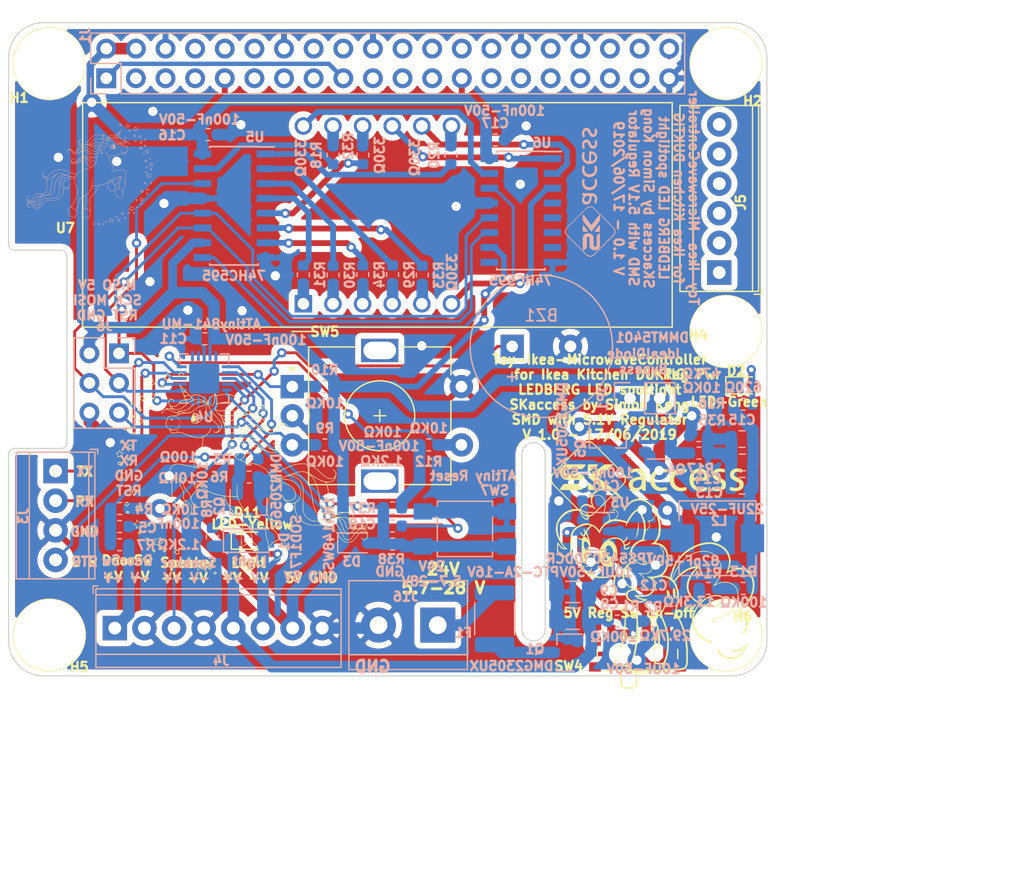
<source format=kicad_pcb>
(kicad_pcb (version 20171130) (host pcbnew "(5.1.0)-1")
  (title_block (title Toy-Ikea-MicrowaveController) (date 2019-06-17) (rev 1.0) (company SKaccess) (comment 1 "By Simon Kong Win Chang") (comment 2 simon@skaccess.com))
  (layers (0 F.Cu signal) (31 B.Cu signal) (34 B.Paste user) (35 F.Paste user) (36 B.SilkS user) (37 F.SilkS user) (38 B.Mask user) (39 F.Mask user) (44 Edge.Cuts user))
  (net 0 "")
  (net 1 5V)
  (net 2 GPIO04)
  (net 3 GND)
  (net 4 GPIO01)
  (net 5 3V3)
  (net 6 GPIO14)
  (net 7 GPIO15)
  (net 8 GPIO17)
  (net 9 GPIO18)
  (net 10 GPIO27)
  (net 11 GPIO22)
  (net 12 GPIO23)
  (net 13 GPIO24)
  (net 14 GPIO10)
  (net 15 GPIO09)
  (net 16 GPIO25)
  (net 17 GPIO11)
  (net 18 GPIO08)
  (net 19 GPIO07)
  (net 20 GPIO00)
  (net 21 GPIO05)
  (net 22 GPIO06)
  (net 23 GPIO12)
  (net 24 GPIO19)
  (net 25 GPIO16)
  (net 26 GPIO26)
  (net 27 GPIO20)
  (net 28 GPIO21)
  (net 29 GPIO13)
  (net 30 GPIO03)
  (net 31 GPIO02)
  (net 32 "Net-(D11-Pad2)")
  (net 33 ST_LB_1)
  (net 34 ST_BL_6)
  (net 35 ST_BL_1)
  (net 36 ST_TR_6)
  (net 37 ST_TR_5)
  (net 38 ST_TR_4)
  (net 39 ST_TR_3)
  (net 40 ST_TR_2)
  (net 41 ST_TR_1)
  (net 42 "Net-(F1-Pad1)")
  (net 43 24V)
  (net 44 PB0)
  (net 45 "Net-(C10-Pad2)")
  (net 46 "Net-(C10-Pad1)")
  (net 47 "Net-(C12-Pad2)")
  (net 48 "Net-(C12-Pad1)")
  (net 49 AT_RST)
  (net 50 "Net-(D2-Pad2)")
  (net 51 24V-unfused)
  (net 52 RX_BRD)
  (net 53 PB2)
  (net 54 MOSI_BRD)
  (net 55 SCK_BRD)
  (net 56 MISO_BRD)
  (net 57 "Net-(Q2-Pad1)")
  (net 58 "Net-(Q4-Pad4)")
  (net 59 "Net-(Q4-Pad1)")
  (net 60 "Net-(R1-Pad2)")
  (net 61 PB1)
  (net 62 PA7)
  (net 63 PA3)
  (net 64 PA0)
  (net 65 "Net-(R18-Pad2)")
  (net 66 "Net-(R18-Pad1)")
  (net 67 "Net-(R20-Pad2)")
  (net 68 "Net-(R20-Pad1)")
  (net 69 "Net-(R29-Pad2)")
  (net 70 "Net-(R29-Pad1)")
  (net 71 "Net-(R30-Pad2)")
  (net 72 "Net-(R30-Pad1)")
  (net 73 "Net-(R31-Pad2)")
  (net 74 "Net-(R31-Pad1)")
  (net 75 "Net-(R32-Pad2)")
  (net 76 "Net-(R32-Pad1)")
  (net 77 "Net-(R33-Pad2)")
  (net 78 "Net-(R33-Pad1)")
  (net 79 "Net-(R34-Pad2)")
  (net 80 "Net-(R34-Pad1)")
  (net 81 "Net-(SW4-Pad2)")
  (net 82 "Net-(U4-Pad19)")
  (net 83 "Net-(U4-Pad18)")
  (net 84 "Net-(U4-Pad17)")
  (net 85 "Net-(U4-Pad10)")
  (net 86 "Net-(U4-Pad7)")
  (net 87 "Net-(U4-Pad6)")
  (net 88 "Net-(U5-Pad9)")
  (net 89 "Net-(U6-Pad15)")
  (net 90 "Net-(U6-Pad9)")
  (net 91 "Net-(U6-Pad7)")
  (net 92 "Net-(U6-Pad6)")
  (net 93 "Net-(U6-Pad5)")
  (net 94 "Net-(U6-Pad4)")
  (net 95 "Net-(U6-Pad3)")
  (net 96 "Net-(U6-Pad2)")
  (net 97 "Net-(U6-Pad1)")
  (net 98 AT_DTR)
  (module Toy-Ikea-MicrowaveController:Buzzer_12x9.5RM5.0 (layer B.Cu) (at 134.9 80.75)
    (fp_text reference BZ1 (at 2.5 -2.65) (layer B.SilkS) (effects (justify mirror)))
    (fp_text value Buzzer)
    (fp_text user + (at -0.01 2.54) (layer B.SilkS) (effects (justify mirror)))
    (pad 2 thru_hole circle (at 5 0) (size 2 2) (drill 1) (layers *.Cu *.Mask) (net 3 GND))
    (pad 1 thru_hole rect (at 0 0) (size 2 2) (drill 1) (layers *.Cu *.Mask) (net 53 PB2))
  )
  (module Toy-Ikea-MicrowaveController:unicorn-02-1000 (layer F.Cu) (at 147.15 100.85)
    (fp_text reference G*** hide)
    (fp_text value LOGO hide)
  )
  (module Toy-Ikea-MicrowaveController:unicorn-01-2000 (layer B.Cu) (at 98.7 66.05 180)
    (fp_text reference G*** hide)
    (fp_text value LOGO hide)
  )
  (module Toy-Ikea-MicrowaveController:unicorn-01-1000 (layer F.Cu) (at 111.75 91.75)
    (fp_text reference G*** hide)
    (fp_text value LOGO hide)
  )
  (module AAAA-footprint-temp:skaccessLogo3000 (layer B.Cu) (at 141.6 67.55 90)
    (fp_text reference G*** hide)
    (fp_text value LOGO hide)
  )
  (module AAAA-footprint-temp:skaccessLogo2000 (layer F.Cu) (at 146.45 92.1)
    (fp_text reference G*** hide)
    (fp_text value LOGO hide)
  )
  (module Button_Switch_SMD:SW_SPDT_PCM12 (layer F.Cu) (at 145.65 106.8)
    (fp_text reference SW4 (at -5.9 1.35) (layer F.SilkS) (effects (font (size 0.8 0.8) (thickness 0.2))))
    (fp_text value "5V Reg Sw on-off" (at -0.75 -3.2) (layer F.SilkS) (effects (font (size 0.8 0.8) (thickness 0.2))))
    (pad "" smd rect (at -3.65 -0.78) (size 1 0.8) (layers F.Cu F.Paste F.Mask))
    (pad "" smd rect (at 3.65 -0.78) (size 1 0.8) (layers F.Cu F.Paste F.Mask))
    (pad "" smd rect (at 3.65 1.43) (size 1 0.8) (layers F.Cu F.Paste F.Mask))
    (pad "" smd rect (at -3.65 1.43) (size 1 0.8) (layers F.Cu F.Paste F.Mask))
    (pad 3 smd rect (at 2.25 -1.43) (size 0.7 1.5) (layers F.Cu F.Paste F.Mask) (net 3 GND))
    (pad 2 smd rect (at 0.75 -1.43) (size 0.7 1.5) (layers F.Cu F.Paste F.Mask) (net 81 "Net-(SW4-Pad2)"))
    (pad 1 smd rect (at -2.25 -1.43) (size 0.7 1.5) (layers F.Cu F.Paste F.Mask) (net 60 "Net-(R1-Pad2)"))
    (pad "" np_thru_hole circle (at 1.5 0.33) (size 0.9 0.9) (drill 0.9) (layers *.Cu *.Mask))
    (pad "" np_thru_hole circle (at -1.5 0.33) (size 0.9 0.9) (drill 0.9) (layers *.Cu *.Mask))
  )
  (module Display_7Segment:CA56-12EWA (layer F.Cu) (at 117 77.1 90)
    (fp_text reference U7 (at 6.5 -20.4 180) (layer F.SilkS) (effects (font (size 0.8 0.8) (thickness 0.2))))
    (fp_text value CC56-12EWA)
    (pad 12 thru_hole circle (at 15.24 0 90) (size 1.5 1.5) (drill 1) (layers *.Cu *.Mask) (net 89 "Net-(U6-Pad15)"))
    (pad 11 thru_hole circle (at 15.24 2.54 90) (size 1.5 1.5) (drill 1) (layers *.Cu *.Mask) (net 66 "Net-(R18-Pad1)"))
    (pad 10 thru_hole circle (at 15.24 5.08 90) (size 1.5 1.5) (drill 1) (layers *.Cu *.Mask) (net 76 "Net-(R32-Pad1)"))
    (pad 9 thru_hole circle (at 15.24 7.62 90) (size 1.5 1.5) (drill 1) (layers *.Cu *.Mask) (net 97 "Net-(U6-Pad1)"))
    (pad 8 thru_hole circle (at 15.24 10.16 90) (size 1.5 1.5) (drill 1) (layers *.Cu *.Mask) (net 96 "Net-(U6-Pad2)"))
    (pad 7 thru_hole circle (at 15.24 12.7 90) (size 1.5 1.5) (drill 1) (layers *.Cu *.Mask) (net 68 "Net-(R20-Pad1)"))
    (pad 6 thru_hole circle (at 0 12.7 90) (size 1.5 1.5) (drill 1) (layers *.Cu *.Mask) (net 95 "Net-(U6-Pad3)"))
    (pad 5 thru_hole circle (at 0 10.16 90) (size 1.5 1.5) (drill 1) (layers *.Cu *.Mask) (net 78 "Net-(R33-Pad1)"))
    (pad 4 thru_hole circle (at 0 7.62 90) (size 1.5 1.5) (drill 1) (layers *.Cu *.Mask) (net 70 "Net-(R29-Pad1)"))
    (pad 3 thru_hole circle (at 0 5.08 90) (size 1.5 1.5) (drill 1) (layers *.Cu *.Mask) (net 80 "Net-(R34-Pad1)"))
    (pad 2 thru_hole circle (at 0 2.54 90) (size 1.5 1.5) (drill 1) (layers *.Cu *.Mask) (net 72 "Net-(R30-Pad1)"))
    (pad 1 thru_hole rect (at 0 0 90) (size 1.5 1.5) (drill 1) (layers *.Cu *.Mask) (net 74 "Net-(R31-Pad1)"))
  )
  (module Package_SO:SOIC-16_3.9x9.9mm_P1.27mm (layer B.Cu) (at 135.65 69.1 180)
    (fp_text reference U6 (at -1.8 5.8 180) (layer B.SilkS) (effects (font (size 0.8 0.8) (thickness 0.2)) (justify mirror)))
    (fp_text value 74HC595 (at 0 -6 180) (layer B.SilkS) (effects (font (size 0.8 0.8) (thickness 0.2)) (justify mirror)))
    (pad 16 smd rect (at 2.7 4.445 180) (size 1.5 0.6) (layers B.Cu B.Paste B.Mask) (net 1 5V))
    (pad 15 smd rect (at 2.7 3.175 180) (size 1.5 0.6) (layers B.Cu B.Paste B.Mask) (net 89 "Net-(U6-Pad15)"))
    (pad 14 smd rect (at 2.7 1.905 180) (size 1.5 0.6) (layers B.Cu B.Paste B.Mask) (net 88 "Net-(U5-Pad9)"))
    (pad 13 smd rect (at 2.7 0.635 180) (size 1.5 0.6) (layers B.Cu B.Paste B.Mask) (net 3 GND))
    (pad 12 smd rect (at 2.7 -0.635 180) (size 1.5 0.6) (layers B.Cu B.Paste B.Mask) (net 56 MISO_BRD))
    (pad 11 smd rect (at 2.7 -1.905 180) (size 1.5 0.6) (layers B.Cu B.Paste B.Mask) (net 54 MOSI_BRD))
    (pad 10 smd rect (at 2.7 -3.175 180) (size 1.5 0.6) (layers B.Cu B.Paste B.Mask) (net 1 5V))
    (pad 9 smd rect (at 2.7 -4.445 180) (size 1.5 0.6) (layers B.Cu B.Paste B.Mask) (net 90 "Net-(U6-Pad9)"))
    (pad 8 smd rect (at -2.7 -4.445 180) (size 1.5 0.6) (layers B.Cu B.Paste B.Mask) (net 3 GND))
    (pad 7 smd rect (at -2.7 -3.175 180) (size 1.5 0.6) (layers B.Cu B.Paste B.Mask) (net 91 "Net-(U6-Pad7)"))
    (pad 6 smd rect (at -2.7 -1.905 180) (size 1.5 0.6) (layers B.Cu B.Paste B.Mask) (net 92 "Net-(U6-Pad6)"))
    (pad 5 smd rect (at -2.7 -0.635 180) (size 1.5 0.6) (layers B.Cu B.Paste B.Mask) (net 93 "Net-(U6-Pad5)"))
    (pad 4 smd rect (at -2.7 0.635 180) (size 1.5 0.6) (layers B.Cu B.Paste B.Mask) (net 94 "Net-(U6-Pad4)"))
    (pad 3 smd rect (at -2.7 1.905 180) (size 1.5 0.6) (layers B.Cu B.Paste B.Mask) (net 95 "Net-(U6-Pad3)"))
    (pad 2 smd rect (at -2.7 3.175 180) (size 1.5 0.6) (layers B.Cu B.Paste B.Mask) (net 96 "Net-(U6-Pad2)"))
    (pad 1 smd rect (at -2.7 4.445 180) (size 1.5 0.6) (layers B.Cu B.Paste B.Mask) (net 97 "Net-(U6-Pad1)"))
  )
  (module Package_SO:SOIC-16_3.9x9.9mm_P1.27mm (layer B.Cu) (at 111.05 68.7 180)
    (fp_text reference U5 (at -1.8 5.9 180) (layer B.SilkS) (effects (font (size 0.8 0.8) (thickness 0.2)) (justify mirror)))
    (fp_text value 74HC595 (at 0 -6 180) (layer B.SilkS) (effects (font (size 0.8 0.8) (thickness 0.2)) (justify mirror)))
    (pad 16 smd rect (at 2.7 4.445 180) (size 1.5 0.6) (layers B.Cu B.Paste B.Mask) (net 1 5V))
    (pad 15 smd rect (at 2.7 3.175 180) (size 1.5 0.6) (layers B.Cu B.Paste B.Mask) (net 65 "Net-(R18-Pad2)"))
    (pad 14 smd rect (at 2.7 1.905 180) (size 1.5 0.6) (layers B.Cu B.Paste B.Mask) (net 55 SCK_BRD))
    (pad 13 smd rect (at 2.7 0.635 180) (size 1.5 0.6) (layers B.Cu B.Paste B.Mask) (net 3 GND))
    (pad 12 smd rect (at 2.7 -0.635 180) (size 1.5 0.6) (layers B.Cu B.Paste B.Mask) (net 56 MISO_BRD))
    (pad 11 smd rect (at 2.7 -1.905 180) (size 1.5 0.6) (layers B.Cu B.Paste B.Mask) (net 54 MOSI_BRD))
    (pad 10 smd rect (at 2.7 -3.175 180) (size 1.5 0.6) (layers B.Cu B.Paste B.Mask) (net 1 5V))
    (pad 9 smd rect (at 2.7 -4.445 180) (size 1.5 0.6) (layers B.Cu B.Paste B.Mask) (net 88 "Net-(U5-Pad9)"))
    (pad 8 smd rect (at -2.7 -4.445 180) (size 1.5 0.6) (layers B.Cu B.Paste B.Mask) (net 3 GND))
    (pad 7 smd rect (at -2.7 -3.175 180) (size 1.5 0.6) (layers B.Cu B.Paste B.Mask) (net 79 "Net-(R34-Pad2)"))
    (pad 6 smd rect (at -2.7 -1.905 180) (size 1.5 0.6) (layers B.Cu B.Paste B.Mask) (net 77 "Net-(R33-Pad2)"))
    (pad 5 smd rect (at -2.7 -0.635 180) (size 1.5 0.6) (layers B.Cu B.Paste B.Mask) (net 75 "Net-(R32-Pad2)"))
    (pad 4 smd rect (at -2.7 0.635 180) (size 1.5 0.6) (layers B.Cu B.Paste B.Mask) (net 73 "Net-(R31-Pad2)"))
    (pad 3 smd rect (at -2.7 1.905 180) (size 1.5 0.6) (layers B.Cu B.Paste B.Mask) (net 71 "Net-(R30-Pad2)"))
    (pad 2 smd rect (at -2.7 3.175 180) (size 1.5 0.6) (layers B.Cu B.Paste B.Mask) (net 69 "Net-(R29-Pad2)"))
    (pad 1 smd rect (at -2.7 4.445 180) (size 1.5 0.6) (layers B.Cu B.Paste B.Mask) (net 67 "Net-(R20-Pad2)"))
  )
  (module Package_DFN_QFN:QFN-20-1EP_4x4mm_P0.5mm_EP2.6x2.6mm (layer B.Cu) (at 108.5 83.5)
    (fp_text reference U4 (at 0 3.3) (layer B.SilkS) (effects (font (size 0.8 0.8) (thickness 0.2)) (justify mirror)))
    (fp_text value ATtiny841-MU (at 0.6 -4.65) (layer B.SilkS) (effects (font (size 0.8 0.8) (thickness 0.2)) (justify mirror)))
    (pad 20 smd roundrect (at -1 1.925) (size 0.25 0.85) (layers B.Cu B.Paste B.Mask) (net 56 MISO_BRD))
    (pad 19 smd roundrect (at -0.5 1.925) (size 0.25 0.85) (layers B.Cu B.Paste B.Mask) (net 82 "Net-(U4-Pad19)"))
    (pad 18 smd roundrect (at 0 1.925) (size 0.25 0.85) (layers B.Cu B.Paste B.Mask) (net 83 "Net-(U4-Pad18)"))
    (pad 17 smd roundrect (at 0.5 1.925) (size 0.25 0.85) (layers B.Cu B.Paste B.Mask) (net 84 "Net-(U4-Pad17)"))
    (pad 16 smd roundrect (at 1 1.925) (size 0.25 0.85) (layers B.Cu B.Paste B.Mask) (net 54 MOSI_BRD))
    (pad 15 smd roundrect (at 1.925 1) (size 0.85 0.25) (layers B.Cu B.Paste B.Mask) (net 62 PA7))
    (pad 14 smd roundrect (at 1.925 0.5) (size 0.85 0.25) (layers B.Cu B.Paste B.Mask) (net 53 PB2))
    (pad 13 smd roundrect (at 1.925 0) (size 0.85 0.25) (layers B.Cu B.Paste B.Mask) (net 49 AT_RST))
    (pad 12 smd roundrect (at 1.925 -0.5) (size 0.85 0.25) (layers B.Cu B.Paste B.Mask) (net 61 PB1))
    (pad 11 smd roundrect (at 1.925 -1) (size 0.85 0.25) (layers B.Cu B.Paste B.Mask) (net 44 PB0))
    (pad 10 smd roundrect (at 1 -1.925) (size 0.25 0.85) (layers B.Cu B.Paste B.Mask) (net 85 "Net-(U4-Pad10)"))
    (pad 9 smd roundrect (at 0.5 -1.925) (size 0.25 0.85) (layers B.Cu B.Paste B.Mask) (net 1 5V))
    (pad 8 smd roundrect (at 0 -1.925) (size 0.25 0.85) (layers B.Cu B.Paste B.Mask) (net 3 GND))
    (pad 7 smd roundrect (at -0.5 -1.925) (size 0.25 0.85) (layers B.Cu B.Paste B.Mask) (net 86 "Net-(U4-Pad7)"))
    (pad 6 smd roundrect (at -1 -1.925) (size 0.25 0.85) (layers B.Cu B.Paste B.Mask) (net 87 "Net-(U4-Pad6)"))
    (pad 5 smd roundrect (at -1.925 -1) (size 0.85 0.25) (layers B.Cu B.Paste B.Mask) (net 64 PA0))
    (pad 4 smd roundrect (at -1.925 -0.5) (size 0.85 0.25) (layers B.Cu B.Paste B.Mask) (net 33 ST_LB_1))
    (pad 3 smd roundrect (at -1.925 0) (size 0.85 0.25) (layers B.Cu B.Paste B.Mask) (net 52 RX_BRD))
    (pad 2 smd roundrect (at -1.925 0.5) (size 0.85 0.25) (layers B.Cu B.Paste B.Mask) (net 63 PA3))
    (pad 1 smd roundrect (at -1.925 1) (size 0.85 0.25) (layers B.Cu B.Paste B.Mask) (net 55 SCK_BRD))
    (pad 21 smd roundrect (at 0 0) (size 2.6 2.6) (layers B.Cu B.Mask) (roundrect_rratio 0.096154) (net 3 GND))
  )
  (module Package_TO_SOT_SMD:SOT-23-6 (layer B.Cu) (at 142.1 96.6 180)
    (fp_text reference U3 (at -2.05 2.45 180) (layer B.SilkS) (effects (font (size 0.8 0.8) (thickness 0.2)) (justify mirror)))
    (fp_text value TPS54302DDCR (at -0.3 -2.35 180) (layer B.SilkS) (effects (font (size 0.8 0.8) (thickness 0.2)) (justify mirror)))
    (pad 5 smd rect (at 1.1 0 180) (size 1.06 0.65) (layers B.Cu B.Paste B.Mask) (net 81 "Net-(SW4-Pad2)"))
    (pad 6 smd rect (at 1.1 0.95 180) (size 1.06 0.65) (layers B.Cu B.Paste B.Mask) (net 46 "Net-(C10-Pad1)"))
    (pad 4 smd rect (at 1.1 -0.95 180) (size 1.06 0.65) (layers B.Cu B.Paste B.Mask) (net 47 "Net-(C12-Pad2)"))
    (pad 3 smd rect (at -1.1 -0.95 180) (size 1.06 0.65) (layers B.Cu B.Paste B.Mask) (net 43 24V))
    (pad 2 smd rect (at -1.1 0 180) (size 1.06 0.65) (layers B.Cu B.Paste B.Mask) (net 45 "Net-(C10-Pad2)"))
    (pad 1 smd rect (at -1.1 0.95 180) (size 1.06 0.65) (layers B.Cu B.Paste B.Mask) (net 3 GND))
  )
  (module Button_Switch_SMD:SW_SPST_TL3305A (layer B.Cu) (at 130.85 96.4)
    (fp_text reference SW7 (at 2.55 -3.3) (layer B.SilkS) (effects (font (size 0.8 0.8) (thickness 0.2)) (justify mirror)))
    (fp_text value SW_Push)
    (pad 2 smd rect (at -3.6 -1.5) (size 1.6 1.4) (layers B.Cu B.Paste B.Mask) (net 3 GND))
    (pad 2 smd rect (at 3.6 -1.5) (size 1.6 1.4) (layers B.Cu B.Paste B.Mask) (net 3 GND))
    (pad 1 smd rect (at -3.6 1.5) (size 1.6 1.4) (layers B.Cu B.Paste B.Mask) (net 49 AT_RST))
    (pad 1 smd rect (at 3.6 1.5) (size 1.6 1.4) (layers B.Cu B.Paste B.Mask) (net 49 AT_RST))
  )
  (module Rotary_Encoder:RotaryEncoder_Alps_EC11E-Switch_Vertical_H20mm (layer F.Cu) (at 116.05 84.2)
    (fp_text reference SW5 (at 2.8 -4.7) (layer F.SilkS) (effects (font (size 0.8 0.8) (thickness 0.2))))
    (fp_text value Rotary_Encoder_Switch)
    (pad A thru_hole rect (at 0 0) (size 2 2) (drill 1) (layers *.Cu *.Mask) (net 63 PA3))
    (pad C thru_hole circle (at 0 2.5) (size 2 2) (drill 1) (layers *.Cu *.Mask) (net 3 GND))
    (pad B thru_hole circle (at 0 5) (size 2 2) (drill 1) (layers *.Cu *.Mask) (net 62 PA7))
    (pad MP thru_hole rect (at 7.5 -3.1) (size 3.2 2) (drill oval 2.8 1.5) (layers *.Cu *.Mask))
    (pad MP thru_hole rect (at 7.5 8.1) (size 3.2 2) (drill oval 2.8 1.5) (layers *.Cu *.Mask))
    (pad S2 thru_hole circle (at 14.5 0) (size 2 2) (drill 1) (layers *.Cu *.Mask) (net 3 GND))
    (pad S1 thru_hole circle (at 14.5 5) (size 2 2) (drill 1) (layers *.Cu *.Mask) (net 64 PA0))
  )
  (module Resistor_SMD:R_0603_1608Metric (layer B.Cu) (at 124.65 97.7)
    (fp_text reference R38 (at -0.1 1.3) (layer B.SilkS) (effects (font (size 0.8 0.8) (thickness 0.2)) (justify mirror)))
    (fp_text value 1.2KΩ (at -0.95 -7.1) (layer B.SilkS) (effects (font (size 0.8 0.8) (thickness 0.2)) (justify mirror)))
    (pad 2 smd roundrect (at 0.7875 0) (size 0.875 0.95) (layers B.Cu B.Paste B.Mask) (net 49 AT_RST))
    (pad 1 smd roundrect (at -0.7875 0) (size 0.875 0.95) (layers B.Cu B.Paste B.Mask) (net 49 AT_RST))
  )
  (module Resistor_SMD:R_0603_1608Metric (layer B.Cu) (at 124.65 94.6 180)
    (fp_text reference R37 (at 2.6 -0.05 180) (layer B.SilkS) (effects (font (size 0.8 0.8) (thickness 0.2)) (justify mirror)))
    (fp_text value 10KΩ (at 0.85 6.5 180) (layer B.SilkS) (effects (font (size 0.8 0.8) (thickness 0.2)) (justify mirror)))
    (pad 2 smd roundrect (at 0.7875 0 180) (size 0.875 0.95) (layers B.Cu B.Paste B.Mask) (net 49 AT_RST))
    (pad 1 smd roundrect (at -0.7875 0 180) (size 0.875 0.95) (layers B.Cu B.Paste B.Mask) (net 1 5V))
  )
  (module Resistor_SMD:R_0603_1608Metric (layer B.Cu) (at 150.9 88.4 180)
    (fp_text reference R35 (at -1.15 1.3 180) (layer B.SilkS) (effects (font (size 0.8 0.8) (thickness 0.2)) (justify mirror)))
    (fp_text value 47KΩ (at -0.2 5.3 180) (layer B.SilkS) (effects (font (size 0.8 0.8) (thickness 0.2)) (justify mirror)))
    (pad 2 smd roundrect (at 0.7875 0 180) (size 0.875 0.95) (layers B.Cu B.Paste B.Mask) (net 58 "Net-(Q4-Pad4)"))
    (pad 1 smd roundrect (at -0.7875 0 180) (size 0.875 0.95) (layers B.Cu B.Paste B.Mask) (net 3 GND))
  )
  (module Resistor_SMD:R_0603_1608Metric (layer B.Cu) (at 122.1 74.6 90)
    (fp_text reference R34 (at 0 1.43 90) (layer B.SilkS) (effects (font (size 0.8 0.8) (thickness 0.2)) (justify mirror)))
    (fp_text value 330Ω)
    (pad 2 smd roundrect (at 0.7875 0 90) (size 0.875 0.95) (layers B.Cu B.Paste B.Mask) (net 79 "Net-(R34-Pad2)"))
    (pad 1 smd roundrect (at -0.7875 0 90) (size 0.875 0.95) (layers B.Cu B.Paste B.Mask) (net 80 "Net-(R34-Pad1)"))
  )
  (module Resistor_SMD:R_0603_1608Metric (layer B.Cu) (at 127.2 74.6375 90)
    (fp_text reference R33 (at 0 1.43 90) (layer B.SilkS) (effects (font (size 0.8 0.8) (thickness 0.2)) (justify mirror)))
    (fp_text value 330Ω (at 0.2375 2.55 90) (layer B.SilkS) (effects (font (size 0.8 0.8) (thickness 0.2)) (justify mirror)))
    (pad 2 smd roundrect (at 0.7875 0 90) (size 0.875 0.95) (layers B.Cu B.Paste B.Mask) (net 77 "Net-(R33-Pad2)"))
    (pad 1 smd roundrect (at -0.7875 0 90) (size 0.875 0.95) (layers B.Cu B.Paste B.Mask) (net 78 "Net-(R33-Pad1)"))
  )
  (module Resistor_SMD:R_0603_1608Metric (layer B.Cu) (at 122.1 64.35 270)
    (fp_text reference R32 (at -0.75 1.25 270) (layer B.SilkS) (effects (font (size 0.8 0.8) (thickness 0.2)) (justify mirror)))
    (fp_text value 330Ω (at 0 -1.45 270) (layer B.SilkS) (effects (font (size 0.8 0.8) (thickness 0.2)) (justify mirror)))
    (pad 2 smd roundrect (at 0.7875 0 270) (size 0.875 0.95) (layers B.Cu B.Paste B.Mask) (net 75 "Net-(R32-Pad2)"))
    (pad 1 smd roundrect (at -0.7875 0 270) (size 0.875 0.95) (layers B.Cu B.Paste B.Mask) (net 76 "Net-(R32-Pad1)"))
  )
  (module Resistor_SMD:R_0603_1608Metric (layer B.Cu) (at 117 74.6125 90)
    (fp_text reference R31 (at 0 1.43 90) (layer B.SilkS) (effects (font (size 0.8 0.8) (thickness 0.2)) (justify mirror)))
    (fp_text value 330Ω)
    (pad 2 smd roundrect (at 0.7875 0 90) (size 0.875 0.95) (layers B.Cu B.Paste B.Mask) (net 73 "Net-(R31-Pad2)"))
    (pad 1 smd roundrect (at -0.7875 0 90) (size 0.875 0.95) (layers B.Cu B.Paste B.Mask) (net 74 "Net-(R31-Pad1)"))
  )
  (module Resistor_SMD:R_0603_1608Metric (layer B.Cu) (at 119.55 74.6375 90)
    (fp_text reference R30 (at 0 1.43 90) (layer B.SilkS) (effects (font (size 0.8 0.8) (thickness 0.2)) (justify mirror)))
    (fp_text value 330Ω)
    (pad 2 smd roundrect (at 0.7875 0 90) (size 0.875 0.95) (layers B.Cu B.Paste B.Mask) (net 71 "Net-(R30-Pad2)"))
    (pad 1 smd roundrect (at -0.7875 0 90) (size 0.875 0.95) (layers B.Cu B.Paste B.Mask) (net 72 "Net-(R30-Pad1)"))
  )
  (module Resistor_SMD:R_0603_1608Metric (layer B.Cu) (at 124.65 74.6 90)
    (fp_text reference R29 (at 0 1.43 90) (layer B.SilkS) (effects (font (size 0.8 0.8) (thickness 0.2)) (justify mirror)))
    (fp_text value 330Ω)
    (pad 2 smd roundrect (at 0.7875 0 90) (size 0.875 0.95) (layers B.Cu B.Paste B.Mask) (net 69 "Net-(R29-Pad2)"))
    (pad 1 smd roundrect (at -0.7875 0 90) (size 0.875 0.95) (layers B.Cu B.Paste B.Mask) (net 70 "Net-(R29-Pad1)"))
  )
  (module Resistor_SMD:R_0603_1608Metric (layer B.Cu) (at 129.65 64.35 270)
    (fp_text reference R20 (at 0 1.43 270) (layer B.SilkS) (effects (font (size 0.8 0.8) (thickness 0.2)) (justify mirror)))
    (fp_text value 330Ω (at 0.2 3.1 270) (layer B.SilkS) (effects (font (size 0.8 0.8) (thickness 0.2)) (justify mirror)))
    (pad 2 smd roundrect (at 0.7875 0 270) (size 0.875 0.95) (layers B.Cu B.Paste B.Mask) (net 67 "Net-(R20-Pad2)"))
    (pad 1 smd roundrect (at -0.7875 0 270) (size 0.875 0.95) (layers B.Cu B.Paste B.Mask) (net 68 "Net-(R20-Pad1)"))
  )
  (module Resistor_SMD:R_0603_1608Metric (layer B.Cu) (at 119.55 64.35 270)
    (fp_text reference R18 (at 0 1.43 270) (layer B.SilkS) (effects (font (size 0.8 0.8) (thickness 0.2)) (justify mirror)))
    (fp_text value 330Ω (at 0.25 2.75 270) (layer B.SilkS) (effects (font (size 0.8 0.8) (thickness 0.2)) (justify mirror)))
    (pad 2 smd roundrect (at 0.7875 0 270) (size 0.875 0.95) (layers B.Cu B.Paste B.Mask) (net 65 "Net-(R18-Pad2)"))
    (pad 1 smd roundrect (at -0.7875 0 270) (size 0.875 0.95) (layers B.Cu B.Paste B.Mask) (net 66 "Net-(R18-Pad1)"))
  )
  (module Resistor_SMD:R_0603_1608Metric (layer B.Cu) (at 150.9125 89.9 180)
    (fp_text reference R17 (at -0.1375 -1.35 180) (layer B.SilkS) (effects (font (size 0.8 0.8) (thickness 0.2)) (justify mirror)))
    (fp_text value 10KΩ (at -0.2375 5.6 180) (layer B.SilkS) (effects (font (size 0.8 0.8) (thickness 0.2)) (justify mirror)))
    (pad 2 smd roundrect (at 0.7875 0 180) (size 0.875 0.95) (layers B.Cu B.Paste B.Mask) (net 59 "Net-(Q4-Pad1)"))
    (pad 1 smd roundrect (at -0.7875 0 180) (size 0.875 0.95) (layers B.Cu B.Paste B.Mask) (net 3 GND))
  )
  (module Resistor_SMD:R_0603_1608Metric (layer B.Cu) (at 154.7 85.7)
    (fp_text reference R16 (at -2.7 -0.05) (layer B.SilkS) (effects (font (size 0.8 0.8) (thickness 0.2)) (justify mirror)))
    (fp_text value 620Ω (at 0 -1.43) (layer B.SilkS) (effects (font (size 0.8 0.8) (thickness 0.2)) (justify mirror)))
    (pad 2 smd roundrect (at 0.7875 0) (size 0.875 0.95) (layers B.Cu B.Paste B.Mask) (net 50 "Net-(D2-Pad2)"))
    (pad 1 smd roundrect (at -0.7875 0) (size 0.875 0.95) (layers B.Cu B.Paste B.Mask) (net 48 "Net-(C12-Pad1)"))
  )
  (module Resistor_SMD:R_0603_1608Metric (layer B.Cu) (at 151.7125 101.5 180)
    (fp_text reference R14 (at 0.0125 1.3 180) (layer B.SilkS) (effects (font (size 0.8 0.8) (thickness 0.2)) (justify mirror)))
    (fp_text value 13.3KΩ (at 1.6625 -1.15 180) (layer B.SilkS) (effects (font (size 0.8 0.8) (thickness 0.2)) (justify mirror)))
    (pad 2 smd roundrect (at 0.7875 0 180) (size 0.875 0.95) (layers B.Cu B.Paste B.Mask) (net 3 GND))
    (pad 1 smd roundrect (at -0.7875 0 180) (size 0.875 0.95) (layers B.Cu B.Paste B.Mask) (net 47 "Net-(C12-Pad2)"))
  )
  (module Resistor_SMD:R_0603_1608Metric (layer B.Cu) (at 154.7125 101.5 180)
    (fp_text reference R13 (at 0 1.43 180) (layer B.SilkS) (effects (font (size 0.8 0.8) (thickness 0.2)) (justify mirror)))
    (fp_text value 100KΩ (at -0.0375 -1.2 180) (layer B.SilkS) (effects (font (size 0.8 0.8) (thickness 0.2)) (justify mirror)))
    (pad 2 smd roundrect (at 0.7875 0 180) (size 0.875 0.95) (layers B.Cu B.Paste B.Mask) (net 47 "Net-(C12-Pad2)"))
    (pad 1 smd roundrect (at -0.7875 0 180) (size 0.875 0.95) (layers B.Cu B.Paste B.Mask) (net 48 "Net-(C12-Pad1)"))
  )
  (module Resistor_SMD:R_0603_1608Metric (layer B.Cu) (at 127.75 89.2)
    (fp_text reference R12 (at 0 1.43) (layer B.SilkS) (effects (font (size 0.8 0.8) (thickness 0.2)) (justify mirror)))
    (fp_text value 10KΩ (at 0 -1.43) (layer B.SilkS) (effects (font (size 0.8 0.8) (thickness 0.2)) (justify mirror)))
    (pad 2 smd roundrect (at 0.7875 0) (size 0.875 0.95) (layers B.Cu B.Paste B.Mask) (net 64 PA0))
    (pad 1 smd roundrect (at -0.7875 0) (size 0.875 0.95) (layers B.Cu B.Paste B.Mask) (net 1 5V))
  )
  (module Resistor_SMD:R_0603_1608Metric (layer B.Cu) (at 118.8375 84.2 180)
    (fp_text reference R10 (at 0 1.43 180) (layer B.SilkS) (effects (font (size 0.8 0.8) (thickness 0.2)) (justify mirror)))
    (fp_text value 10KΩ (at 0 -1.43 180) (layer B.SilkS) (effects (font (size 0.8 0.8) (thickness 0.2)) (justify mirror)))
    (pad 2 smd roundrect (at 0.7875 0 180) (size 0.875 0.95) (layers B.Cu B.Paste B.Mask) (net 63 PA3))
    (pad 1 smd roundrect (at -0.7875 0 180) (size 0.875 0.95) (layers B.Cu B.Paste B.Mask) (net 1 5V))
  )
  (module Resistor_SMD:R_0603_1608Metric (layer B.Cu) (at 118.85 89.2 180)
    (fp_text reference R9 (at 0 1.43 180) (layer B.SilkS) (effects (font (size 0.8 0.8) (thickness 0.2)) (justify mirror)))
    (fp_text value 10KΩ (at 0 -1.43 180) (layer B.SilkS) (effects (font (size 0.8 0.8) (thickness 0.2)) (justify mirror)))
    (pad 2 smd roundrect (at 0.7875 0 180) (size 0.875 0.95) (layers B.Cu B.Paste B.Mask) (net 62 PA7))
    (pad 1 smd roundrect (at -0.7875 0 180) (size 0.875 0.95) (layers B.Cu B.Paste B.Mask) (net 1 5V))
  )
  (module Resistor_SMD:R_0603_1608Metric (layer B.Cu) (at 109.2 97.1 270)
    (fp_text reference R8 (at -2.45 0.45 270) (layer B.SilkS) (effects (font (size 0.8 0.8) (thickness 0.2)) (justify mirror)))
    (fp_text value 10KΩ (at -4.85 0.85 270) (layer B.SilkS) (effects (font (size 0.8 0.8) (thickness 0.2)) (justify mirror)))
    (pad 2 smd roundrect (at 0.7875 0 270) (size 0.875 0.95) (layers B.Cu B.Paste B.Mask) (net 43 24V))
    (pad 1 smd roundrect (at -0.7875 0 270) (size 0.875 0.95) (layers B.Cu B.Paste B.Mask) (net 32 "Net-(D11-Pad2)"))
  )
  (module Resistor_SMD:R_0603_1608Metric (layer B.Cu) (at 101.25 97.75 180)
    (fp_text reference R7 (at -2.25 -0.05 180) (layer B.SilkS) (effects (font (size 0.8 0.8) (thickness 0.2)) (justify mirror)))
    (fp_text value 1.2KΩ (at -5.05 0 180) (layer B.SilkS) (effects (font (size 0.8 0.8) (thickness 0.2)) (justify mirror)))
    (pad 2 smd roundrect (at 0.7875 0 180) (size 0.875 0.95) (layers B.Cu B.Paste B.Mask) (net 44 PB0))
    (pad 1 smd roundrect (at -0.7875 0 180) (size 0.875 0.95) (layers B.Cu B.Paste B.Mask) (net 35 ST_BL_1))
  )
  (module Resistor_SMD:R_0603_1608Metric (layer B.Cu) (at 112.35 91.95)
    (fp_text reference R6 (at -2.55 0) (layer B.SilkS) (effects (font (size 0.8 0.8) (thickness 0.2)) (justify mirror)))
    (fp_text value 10KΩ (at -6.15 0.1) (layer B.SilkS) (effects (font (size 0.8 0.8) (thickness 0.2)) (justify mirror)))
    (pad 2 smd roundrect (at 0.7875 0) (size 0.875 0.95) (layers B.Cu B.Paste B.Mask) (net 3 GND))
    (pad 1 smd roundrect (at -0.7875 0) (size 0.875 0.95) (layers B.Cu B.Paste B.Mask) (net 57 "Net-(Q2-Pad1)"))
  )
  (module Resistor_SMD:R_0603_1608Metric (layer B.Cu) (at 101.2625 94.65)
    (fp_text reference R4 (at 2.0875 0.05) (layer B.SilkS) (effects (font (size 0.8 0.8) (thickness 0.2)) (justify mirror)))
    (fp_text value 10KΩ (at 5.1375 0.1) (layer B.SilkS) (effects (font (size 0.8 0.8) (thickness 0.2)) (justify mirror)))
    (pad 2 smd roundrect (at 0.7875 0) (size 0.875 0.95) (layers B.Cu B.Paste B.Mask) (net 1 5V))
    (pad 1 smd roundrect (at -0.7875 0) (size 0.875 0.95) (layers B.Cu B.Paste B.Mask) (net 44 PB0))
  )
  (module Resistor_SMD:R_0603_1608Metric (layer B.Cu) (at 112.35 90.4 180)
    (fp_text reference R3 (at 2.3 -0.05 180) (layer B.SilkS) (effects (font (size 0.8 0.8) (thickness 0.2)) (justify mirror)))
    (fp_text value 100Ω (at 6.05 0.15 180) (layer B.SilkS) (effects (font (size 0.8 0.8) (thickness 0.2)) (justify mirror)))
    (pad 2 smd roundrect (at 0.7875 0 180) (size 0.875 0.95) (layers B.Cu B.Paste B.Mask) (net 57 "Net-(Q2-Pad1)"))
    (pad 1 smd roundrect (at -0.7875 0 180) (size 0.875 0.95) (layers B.Cu B.Paste B.Mask) (net 61 PB1))
  )
  (module Resistor_SMD:R_0603_1608Metric (layer B.Cu) (at 146.9875 104.3)
    (fp_text reference R2 (at 0.0125 -1.2) (layer B.SilkS) (effects (font (size 0.8 0.8) (thickness 0.2)) (justify mirror)))
    (fp_text value 29.7KΩ (at 1.0125 1.25) (layer B.SilkS) (effects (font (size 0.8 0.8) (thickness 0.2)) (justify mirror)))
    (pad 2 smd roundrect (at 0.7875 0) (size 0.875 0.95) (layers B.Cu B.Paste B.Mask) (net 3 GND))
    (pad 1 smd roundrect (at -0.7875 0) (size 0.875 0.95) (layers B.Cu B.Paste B.Mask) (net 60 "Net-(R1-Pad2)"))
  )
  (module Resistor_SMD:R_0603_1608Metric (layer B.Cu) (at 143.9125 104.3)
    (fp_text reference R1 (at 1.1375 -1.3) (layer B.SilkS) (effects (font (size 0.8 0.8) (thickness 0.2)) (justify mirror)))
    (fp_text value 100KΩ (at -0.3125 1.35) (layer B.SilkS) (effects (font (size 0.8 0.8) (thickness 0.2)) (justify mirror)))
    (pad 2 smd roundrect (at 0.7875 0) (size 0.875 0.95) (layers B.Cu B.Paste B.Mask) (net 60 "Net-(R1-Pad2)"))
    (pad 1 smd roundrect (at -0.7875 0) (size 0.875 0.95) (layers B.Cu B.Paste B.Mask) (net 43 24V))
  )
  (module Package_TO_SOT_SMD:SOT-23 (layer B.Cu) (at 143.1 88.7 270)
    (fp_text reference Q5 (at 0.8 2.35 270) (layer B.SilkS) (effects (font (size 0.8 0.8) (thickness 0.2)) (justify mirror)))
    (fp_text value DMG2305UX (at -1.3 3.9 270) (layer B.SilkS) (effects (font (size 0.8 0.8) (thickness 0.2)) (justify mirror)))
    (pad 3 smd rect (at 1 0 270) (size 0.9 0.8) (layers B.Cu B.Paste B.Mask) (net 48 "Net-(C12-Pad1)"))
    (pad 2 smd rect (at -1 -0.95 270) (size 0.9 0.8) (layers B.Cu B.Paste B.Mask) (net 1 5V))
    (pad 1 smd rect (at -1 0.95 270) (size 0.9 0.8) (layers B.Cu B.Paste B.Mask) (net 58 "Net-(Q4-Pad4)"))
  )
  (module Package_TO_SOT_SMD:SOT-23-6 (layer B.Cu) (at 147.4 88.8 180)
    (fp_text reference Q4 (at -1.55 -2.5 180) (layer B.SilkS) (effects (font (size 0.8 0.8) (thickness 0.2)) (justify mirror)))
    (fp_text value DMMT5401 (at 0.5 8.8 180) (layer B.SilkS) (effects (font (size 0.8 0.8) (thickness 0.2)) (justify mirror)))
    (pad 5 smd rect (at 1.1 0 180) (size 1.06 0.65) (layers B.Cu B.Paste B.Mask) (net 1 5V))
    (pad 6 smd rect (at 1.1 0.95 180) (size 1.06 0.65) (layers B.Cu B.Paste B.Mask) (net 48 "Net-(C12-Pad1)"))
    (pad 4 smd rect (at 1.1 -0.95 180) (size 1.06 0.65) (layers B.Cu B.Paste B.Mask) (net 58 "Net-(Q4-Pad4)"))
    (pad 3 smd rect (at -1.1 -0.95 180) (size 1.06 0.65) (layers B.Cu B.Paste B.Mask) (net 59 "Net-(Q4-Pad1)"))
    (pad 2 smd rect (at -1.1 0 180) (size 1.06 0.65) (layers B.Cu B.Paste B.Mask) (net 59 "Net-(Q4-Pad1)"))
    (pad 1 smd rect (at -1.1 0.95 180) (size 1.06 0.65) (layers B.Cu B.Paste B.Mask) (net 59 "Net-(Q4-Pad1)"))
  )
  (module Package_TO_SOT_SMD:SOT-23 (layer B.Cu) (at 112.3 94.45 270)
    (fp_text reference Q2 (at 0 2.5 270) (layer B.SilkS) (effects (font (size 0.8 0.8) (thickness 0.2)) (justify mirror)))
    (fp_text value DMN2056U (at -1.3 -2.4 270) (layer B.SilkS) (effects (font (size 0.8 0.8) (thickness 0.2)) (justify mirror)))
    (pad 3 smd rect (at 1 0 270) (size 0.9 0.8) (layers B.Cu B.Paste B.Mask) (net 34 ST_BL_6))
    (pad 2 smd rect (at -1 -0.95 270) (size 0.9 0.8) (layers B.Cu B.Paste B.Mask) (net 3 GND))
    (pad 1 smd rect (at -1 0.95 270) (size 0.9 0.8) (layers B.Cu B.Paste B.Mask) (net 57 "Net-(Q2-Pad1)"))
  )
  (module pi-template:L_6.3x6.3_H3_HandSolder (layer B.Cu) (at 152.5 97.2)
    (fp_text reference L2 (at 0.15 -1.5) (layer B.SilkS) (effects (font (size 0.8 0.8) (thickness 0.2)) (justify mirror)))
    (fp_text value 8.2UH-4A)
    (pad 2 smd rect (at 2.75 0) (size 2 2.4) (drill (offset 0.25 0)) (layers B.Cu B.Paste B.Mask) (net 48 "Net-(C12-Pad1)"))
    (pad 1 smd rect (at -2.75 0) (size 2 2.4) (drill (offset -0.25 0)) (layers B.Cu B.Paste B.Mask) (net 45 "Net-(C10-Pad2)"))
  )
  (module Connector_PinHeader_2.54mm:PinHeader_1x02_P2.54mm_Vertical (layer B.Cu) (at 145 85.2 270)
    (fp_text reference JP1 (at 0 2.33 270) (layer B.SilkS) (effects (font (size 0.8 0.8) (thickness 0.2)) (justify mirror)))
    (fp_text value Jumper)
    (pad 2 thru_hole oval (at 0 -2.54 270) (size 1.7 1.7) (drill 1) (layers *.Cu *.Mask) (net 1 5V))
    (pad 1 thru_hole rect (at 0 0 270) (size 1.7 1.7) (drill 1) (layers *.Cu *.Mask) (net 48 "Net-(C12-Pad1)"))
  )
  (module Connector_PinHeader_2.54mm:PinHeader_2x03_P2.54mm_Vertical (layer B.Cu) (at 101.2 81.35 180)
    (fp_text reference J6 (at 1.27 2.33 180) (layer B.SilkS) (effects (font (size 0.8 0.8) (thickness 0.2)) (justify mirror)))
    (fp_text value Conn_02x03_Odd_Even)
    (pad 6 thru_hole oval (at 2.54 -5.08 180) (size 1.7 1.7) (drill 1) (layers *.Cu *.Mask) (net 3 GND))
    (pad 5 thru_hole oval (at 0 -5.08 180) (size 1.7 1.7) (drill 1) (layers *.Cu *.Mask) (net 49 AT_RST))
    (pad 4 thru_hole oval (at 2.54 -2.54 180) (size 1.7 1.7) (drill 1) (layers *.Cu *.Mask) (net 54 MOSI_BRD))
    (pad 3 thru_hole oval (at 0 -2.54 180) (size 1.7 1.7) (drill 1) (layers *.Cu *.Mask) (net 55 SCK_BRD))
    (pad 2 thru_hole oval (at 2.54 0 180) (size 1.7 1.7) (drill 1) (layers *.Cu *.Mask) (net 1 5V))
    (pad 1 thru_hole rect (at 0 0 180) (size 1.7 1.7) (drill 1) (layers *.Cu *.Mask) (net 56 MISO_BRD))
  )
  (module LED_SMD:LED_0603_1608Metric (layer F.Cu) (at 112.3 97.4)
    (fp_text reference D11 (at -0.1 -2.4) (layer F.SilkS) (effects (font (size 0.8 0.8) (thickness 0.2))))
    (fp_text value LED-Yellow (at 0.3 -1.4) (layer F.SilkS) (effects (font (size 0.8 0.8) (thickness 0.2))))
    (pad 2 smd roundrect (at 0.7875 0) (size 0.875 0.95) (layers F.Cu F.Paste F.Mask) (net 32 "Net-(D11-Pad2)"))
    (pad 1 smd roundrect (at -0.7875 0) (size 0.875 0.95) (layers F.Cu F.Paste F.Mask) (net 34 ST_BL_6))
  )
  (module Diode_SMD:D_SOD-323 (layer B.Cu) (at 121.45 97.6)
    (fp_text reference D3 (at -0.3 1.6) (layer B.SilkS) (effects (font (size 0.8 0.8) (thickness 0.2)) (justify mirror)))
    (fp_text value 1N4148WS (at -2.25 -0.8 90) (layer B.SilkS) (effects (font (size 0.8 0.8) (thickness 0.2)) (justify mirror)))
    (pad 2 smd rect (at 1.05 0) (size 0.6 0.45) (layers B.Cu B.Paste B.Mask) (net 49 AT_RST))
    (pad 1 smd rect (at -1.05 0) (size 0.6 0.45) (layers B.Cu B.Paste B.Mask) (net 1 5V))
  )
  (module LED_SMD:LED_0603_1608Metric (layer F.Cu) (at 154.7 84.1)
    (fp_text reference D2 (at -0.6 -1.25) (layer F.SilkS) (effects (font (size 0.8 0.8) (thickness 0.2))))
    (fp_text value LED-Green (at -1.2 1.4) (layer F.SilkS) (effects (font (size 0.8 0.8) (thickness 0.2))))
    (pad 2 smd roundrect (at 0.7875 0) (size 0.875 0.95) (layers F.Cu F.Paste F.Mask) (net 50 "Net-(D2-Pad2)"))
    (pad 1 smd roundrect (at -0.7875 0) (size 0.875 0.95) (layers F.Cu F.Paste F.Mask) (net 3 GND))
  )
  (module Diode_SMD:D_SOD-123 (layer B.Cu) (at 112.4 97.4)
    (fp_text reference D1 (at 2.95 0.1 90) (layer B.SilkS) (effects (font (size 0.8 0.8) (thickness 0.2)) (justify mirror)))
    (fp_text value SOD1F7 (at 4 0.1 90) (layer B.SilkS) (effects (font (size 0.8 0.8) (thickness 0.2)) (justify mirror)))
    (pad 2 smd rect (at 1.65 0) (size 0.9 1.2) (layers B.Cu B.Paste B.Mask) (net 34 ST_BL_6))
    (pad 1 smd rect (at -1.65 0) (size 0.9 1.2) (layers B.Cu B.Paste B.Mask) (net 43 24V))
  )
  (module Capacitor_SMD:C_0603_1608Metric (layer B.Cu) (at 124.65 96.15)
    (fp_text reference C18 (at -2.6 -0.15) (layer B.SilkS) (effects (font (size 0.8 0.8) (thickness 0.2)) (justify mirror)))
    (fp_text value 100nF-50V (at -1.15 -6.85) (layer B.SilkS) (effects (font (size 0.8 0.8) (thickness 0.2)) (justify mirror)))
    (pad 2 smd roundrect (at 0.7875 0) (size 0.875 0.95) (layers B.Cu B.Paste B.Mask) (net 98 AT_DTR))
    (pad 1 smd roundrect (at -0.7875 0) (size 0.875 0.95) (layers B.Cu B.Paste B.Mask) (net 49 AT_RST))
  )
  (module Capacitor_SMD:C_0603_1608Metric (layer B.Cu) (at 133.45 63.05 180)
    (fp_text reference C17 (at 0 1.43 180) (layer B.SilkS) (effects (font (size 0.8 0.8) (thickness 0.2)) (justify mirror)))
    (fp_text value 100nF-50V (at -0.8 2.5 180) (layer B.SilkS) (effects (font (size 0.8 0.8) (thickness 0.2)) (justify mirror)))
    (pad 2 smd roundrect (at 0.7875 0 180) (size 0.875 0.95) (layers B.Cu B.Paste B.Mask) (net 1 5V))
    (pad 1 smd roundrect (at -0.7875 0 180) (size 0.875 0.95) (layers B.Cu B.Paste B.Mask) (net 3 GND))
  )
  (module Capacitor_SMD:C_0603_1608Metric (layer B.Cu) (at 108.8375 62.6 180)
    (fp_text reference C16 (at 3.0875 -0.05 180) (layer B.SilkS) (effects (font (size 0.8 0.8) (thickness 0.2)) (justify mirror)))
    (fp_text value 100nF-50V (at 0.7375 1.3 180) (layer B.SilkS) (effects (font (size 0.8 0.8) (thickness 0.2)) (justify mirror)))
    (pad 2 smd roundrect (at 0.7875 0 180) (size 0.875 0.95) (layers B.Cu B.Paste B.Mask) (net 1 5V))
    (pad 1 smd roundrect (at -0.7875 0 180) (size 0.875 0.95) (layers B.Cu B.Paste B.Mask) (net 3 GND))
  )
  (module Capacitor_SMD:C_0805_2012Metric (layer B.Cu) (at 154.6 88.7 180)
    (fp_text reference C15 (at 0 1.65 180) (layer B.SilkS) (effects (font (size 0.8 0.8) (thickness 0.2)) (justify mirror)))
    (fp_text value 22UF-25V)
    (pad 2 smd roundrect (at 0.9375 0 180) (size 0.975 1.4) (layers B.Cu B.Paste B.Mask) (net 3 GND))
    (pad 1 smd roundrect (at -0.9375 0 180) (size 0.975 1.4) (layers B.Cu B.Paste B.Mask) (net 48 "Net-(C12-Pad1)"))
  )
  (module Capacitor_SMD:C_0805_2012Metric (layer B.Cu) (at 154.6375 90.7 180)
    (fp_text reference C14 (at 2.9375 -1.4 180) (layer B.SilkS) (effects (font (size 0.8 0.8) (thickness 0.2)) (justify mirror)))
    (fp_text value 22UF-25V)
    (pad 2 smd roundrect (at 0.9375 0 180) (size 0.975 1.4) (layers B.Cu B.Paste B.Mask) (net 3 GND))
    (pad 1 smd roundrect (at -0.9375 0 180) (size 0.975 1.4) (layers B.Cu B.Paste B.Mask) (net 48 "Net-(C12-Pad1)"))
  )
  (module Capacitor_SMD:C_0805_2012Metric (layer B.Cu) (at 154.6 92.7 180)
    (fp_text reference C13 (at 2.8 -0.6 180) (layer B.SilkS) (effects (font (size 0.8 0.8) (thickness 0.2)) (justify mirror)))
    (fp_text value 22UF-25V (at 1.25 -2 180) (layer B.SilkS) (effects (font (size 0.8 0.8) (thickness 0.2)) (justify mirror)))
    (pad 2 smd roundrect (at 0.9375 0 180) (size 0.975 1.4) (layers B.Cu B.Paste B.Mask) (net 3 GND))
    (pad 1 smd roundrect (at -0.9375 0 180) (size 0.975 1.4) (layers B.Cu B.Paste B.Mask) (net 48 "Net-(C12-Pad1)"))
  )
  (module Capacitor_SMD:C_0402_1005Metric (layer B.Cu) (at 149.215 101.2)
    (fp_text reference C12 (at -2.165 0.05) (layer B.SilkS) (effects (font (size 0.8 0.8) (thickness 0.2)) (justify mirror)))
    (fp_text value 82pF-50V (at 0.385 -2.05) (layer B.SilkS) (effects (font (size 0.8 0.8) (thickness 0.2)) (justify mirror)))
    (pad 2 smd roundrect (at 0.485 0) (size 0.59 0.64) (layers B.Cu B.Paste B.Mask) (net 47 "Net-(C12-Pad2)"))
    (pad 1 smd roundrect (at -0.485 0) (size 0.59 0.64) (layers B.Cu B.Paste B.Mask) (net 48 "Net-(C12-Pad1)"))
  )
  (module Capacitor_SMD:C_0603_1608Metric (layer B.Cu) (at 108.5625 80.1)
    (fp_text reference C11 (at -2.7125 0) (layer B.SilkS) (effects (font (size 0.8 0.8) (thickness 0.2)) (justify mirror)))
    (fp_text value 100nF-50V (at 5.2375 0.1) (layer B.SilkS) (effects (font (size 0.8 0.8) (thickness 0.2)) (justify mirror)))
    (pad 2 smd roundrect (at 0.7875 0) (size 0.875 0.95) (layers B.Cu B.Paste B.Mask) (net 1 5V))
    (pad 1 smd roundrect (at -0.7875 0) (size 0.875 0.95) (layers B.Cu B.Paste B.Mask) (net 3 GND))
  )
  (module Capacitor_SMD:C_0603_1608Metric (layer B.Cu) (at 141.7 94)
    (fp_text reference C10 (at 1.25 -1.3) (layer B.SilkS) (effects (font (size 0.8 0.8) (thickness 0.2)) (justify mirror)))
    (fp_text value 100nF-50V (at 0.15 -2.4) (layer B.SilkS) (effects (font (size 0.8 0.8) (thickness 0.2)) (justify mirror)))
    (pad 2 smd roundrect (at 0.7875 0) (size 0.875 0.95) (layers B.Cu B.Paste B.Mask) (net 45 "Net-(C10-Pad2)"))
    (pad 1 smd roundrect (at -0.7875 0) (size 0.875 0.95) (layers B.Cu B.Paste B.Mask) (net 46 "Net-(C10-Pad1)"))
  )
  (module Capacitor_SMD:C_1206_3216Metric (layer B.Cu) (at 140.1 101.8 180)
    (fp_text reference C9 (at -3.1 0.1 180) (layer B.SilkS) (effects (font (size 0.8 0.8) (thickness 0.2)) (justify mirror)))
    (fp_text value 10UF-50V (at -2 1.7 180) (layer B.SilkS) (effects (font (size 0.8 0.8) (thickness 0.2)) (justify mirror)))
    (pad 2 smd roundrect (at 1.4 0 180) (size 1.25 1.75) (layers B.Cu B.Paste B.Mask) (roundrect_rratio 0.2) (net 3 GND))
    (pad 1 smd roundrect (at -1.4 0 180) (size 1.25 1.75) (layers B.Cu B.Paste B.Mask) (roundrect_rratio 0.2) (net 43 24V))
  )
  (module Capacitor_SMD:C_1206_3216Metric (layer B.Cu) (at 140.1 104.1 180)
    (fp_text reference C8 (at -3.15 1.25 180) (layer B.SilkS) (effects (font (size 0.8 0.8) (thickness 0.2)) (justify mirror)))
    (fp_text value 10UF-50V (at -6.05 -4.3 180) (layer B.SilkS) (effects (font (size 0.8 0.8) (thickness 0.2)) (justify mirror)))
    (pad 2 smd roundrect (at 1.4 0 180) (size 1.25 1.75) (layers B.Cu B.Paste B.Mask) (roundrect_rratio 0.2) (net 3 GND))
    (pad 1 smd roundrect (at -1.4 0 180) (size 1.25 1.75) (layers B.Cu B.Paste B.Mask) (roundrect_rratio 0.2) (net 43 24V))
  )
  (module Capacitor_SMD:C_0603_1608Metric (layer B.Cu) (at 101.25 96.2)
    (fp_text reference C5 (at 2.4 0.1) (layer B.SilkS) (effects (font (size 0.8 0.8) (thickness 0.2)) (justify mirror)))
    (fp_text value 100nF (at 5 -0.25) (layer B.SilkS) (effects (font (size 0.8 0.8) (thickness 0.2)) (justify mirror)))
    (pad 2 smd roundrect (at 0.7875 0) (size 0.875 0.95) (layers B.Cu B.Paste B.Mask) (net 3 GND))
    (pad 1 smd roundrect (at -0.7875 0) (size 0.875 0.95) (layers B.Cu B.Paste B.Mask) (net 44 PB0))
  )
  (module pi-template:TerminalBlock_TE_282834-6_1x06_P2.54mm_Horizontal (layer F.Cu) (at 152.654 74.422 90)
    (fp_text reference J5 (at 6.022 1.846 90) (layer F.SilkS) (effects (font (size 0.8 0.8) (thickness 0.2))))
    (fp_text value Screw_Terminal_01x06_Top_Right)
    (pad 6 thru_hole circle (at 12.7 0 90) (size 2.1 2.1) (drill 1.1) (layers *.Cu *.Mask) (net 36 ST_TR_6))
    (pad 5 thru_hole circle (at 10.16 0 90) (size 2.1 2.1) (drill 1.1) (layers *.Cu *.Mask) (net 37 ST_TR_5))
    (pad 4 thru_hole circle (at 7.62 0 90) (size 2.1 2.1) (drill 1.1) (layers *.Cu *.Mask) (net 38 ST_TR_4))
    (pad 3 thru_hole circle (at 5.08 0 90) (size 2.1 2.1) (drill 1.1) (layers *.Cu *.Mask) (net 39 ST_TR_3))
    (pad 2 thru_hole circle (at 2.54 0 90) (size 2.1 2.1) (drill 1.1) (layers *.Cu *.Mask) (net 40 ST_TR_2))
    (pad 1 thru_hole rect (at 0 0 90) (size 2.1 2.1) (drill 1.1) (layers *.Cu *.Mask) (net 41 ST_TR_1))
  )
  (module pi-template:TerminalBlock_bornier-2_P5.08mm (layer B.Cu) (at 128.524 104.648 180)
    (fp_text reference J16 (at 2.774 2.448 180) (layer B.SilkS) (effects (font (size 0.8 0.8) (thickness 0.2)) (justify mirror)))
    (fp_text value 24Vpsu)
    (pad 2 thru_hole circle (at 5.08 0 180) (size 3 3) (drill 1.52) (layers *.Cu *.Mask) (net 3 GND))
    (pad 1 thru_hole rect (at 0 0 180) (size 3 3) (drill 1.52) (layers *.Cu *.Mask) (net 51 24V-unfused))
  )
  (module pi-template:TerminalBlock_TE_282834-8_1x08_P2.54mm_Horizontal (layer B.Cu) (at 100.838 104.902)
    (fp_text reference J4 (at 9.112 2.798) (layer B.SilkS) (effects (font (size 0.8 0.8) (thickness 0.2)) (justify mirror)))
    (fp_text value Screw_Terminal_01x08_Bottom_Left)
    (pad 8 thru_hole circle (at 17.78 0) (size 2.1 2.1) (drill 1.1) (layers *.Cu *.Mask) (net 3 GND))
    (pad 7 thru_hole circle (at 15.24 0) (size 2.1 2.1) (drill 1.1) (layers *.Cu *.Mask) (net 1 5V))
    (pad 6 thru_hole circle (at 12.7 0) (size 2.1 2.1) (drill 1.1) (layers *.Cu *.Mask) (net 34 ST_BL_6))
    (pad 5 thru_hole circle (at 10.16 0) (size 2.1 2.1) (drill 1.1) (layers *.Cu *.Mask) (net 43 24V))
    (pad 4 thru_hole circle (at 7.62 0) (size 2.1 2.1) (drill 1.1) (layers *.Cu *.Mask) (net 3 GND))
    (pad 3 thru_hole circle (at 5.08 0) (size 2.1 2.1) (drill 1.1) (layers *.Cu *.Mask) (net 53 PB2))
    (pad 2 thru_hole circle (at 2.54 0) (size 2.1 2.1) (drill 1.1) (layers *.Cu *.Mask) (net 3 GND))
    (pad 1 thru_hole rect (at 0 0) (size 2.1 2.1) (drill 1.1) (layers *.Cu *.Mask) (net 35 ST_BL_1))
  )
  (module pi-template:TerminalBlock_TE_282834-4_1x04_P2.54mm_Horizontal (layer B.Cu) (at 95.758 91.44 270)
    (fp_text reference J3 (at 3.86 2.758 270) (layer B.SilkS) (effects (font (size 0.8 0.8) (thickness 0.2)) (justify mirror)))
    (fp_text value Screw_Terminal_01x04_Left_Bottom)
    (pad 4 thru_hole circle (at 7.62 0 270) (size 2.1 2.1) (drill 1.1) (layers *.Cu *.Mask) (net 98 AT_DTR))
    (pad 3 thru_hole circle (at 5.08 0 270) (size 2.1 2.1) (drill 1.1) (layers *.Cu *.Mask) (net 3 GND))
    (pad 2 thru_hole circle (at 2.54 0 270) (size 2.1 2.1) (drill 1.1) (layers *.Cu *.Mask) (net 52 RX_BRD))
    (pad 1 thru_hole rect (at 0 0 270) (size 2.1 2.1) (drill 1.1) (layers *.Cu *.Mask) (net 33 ST_LB_1))
  )
  (module Package_TO_SOT_SMD:SOT-23 (layer B.Cu) (at 139.5 107 180)
    (fp_text reference Q1 (at 2.65 0.3 180) (layer B.SilkS) (effects (font (size 0.8 0.8) (thickness 0.2)) (justify mirror)))
    (fp_text value DMG2305UX (at 4.65 -1.15 180) (layer B.SilkS) (effects (font (size 0.8 0.8) (thickness 0.2)) (justify mirror)))
    (pad 3 smd rect (at 1 0 180) (size 0.9 0.8) (layers B.Cu B.Paste B.Mask) (net 42 "Net-(F1-Pad1)"))
    (pad 2 smd rect (at -1 -0.95 180) (size 0.9 0.8) (layers B.Cu B.Paste B.Mask) (net 43 24V))
    (pad 1 smd rect (at -1 0.95 180) (size 0.9 0.8) (layers B.Cu B.Paste B.Mask) (net 3 GND))
  )
  (module pi-template:MountingHole_2.75mm_M2.5_NoPad (layer F.Cu) (at 95.23464 105.49902)
    (fp_text reference H5 (at 2.55536 2.734) (layer F.SilkS) (effects (font (size 0.8 0.8) (thickness 0.2))))
    (fp_text value MountingHole)
    (pad "" np_thru_hole circle (at 0 0) (size 2.75 2.75) (drill 2.75) (layers *.Cu *.Mask))
  )
  (module pi-template:MountingHole_2.75mm_M2.5_NoPad (layer F.Cu) (at 153.23464 105.49902)
    (fp_text reference H6 (at 1.41536 -1.59902) (layer F.SilkS) (effects (font (size 0.8 0.8) (thickness 0.2))))
    (fp_text value MountingHole)
    (pad "" np_thru_hole circle (at 0 0) (size 2.75 2.75) (drill 2.75) (layers *.Cu *.Mask))
  )
  (module pi-template:MountingHole_2.75mm_M2.5_NoPad (layer F.Cu) (at 153.23464 79.47)
    (fp_text reference H4 (at -2.38464 0.33) (layer F.SilkS) (effects (font (size 0.8 0.8) (thickness 0.2))))
    (fp_text value MountingHole)
    (pad "" np_thru_hole circle (at 0 0) (size 2.75 2.75) (drill 2.75) (layers *.Cu *.Mask))
  )
  (module pi-template:MountingHole_2.75mm_M2.5_NoPad (layer F.Cu) (at 153.23464 56.49902)
    (fp_text reference H2 (at 2.275 3.22) (layer F.SilkS) (effects (font (size 0.8 0.8) (thickness 0.2))))
    (fp_text value MountingHole)
    (pad "" np_thru_hole circle (at 0 0) (size 2.75 2.75) (drill 2.75) (layers *.Cu *.Mask))
  )
  (module pi-template:MountingHole_2.75mm_M2.5_NoPad (layer F.Cu) (at 95.23464 56.49902)
    (fp_text reference H1 (at -2.59 2.93698) (layer F.SilkS) (effects (font (size 0.8 0.8) (thickness 0.2))))
    (fp_text value MountingHole)
    (pad "" np_thru_hole circle (at 0 0) (size 2.75 2.75) (drill 2.75) (layers *.Cu *.Mask))
  )
  (module Connector_PinSocket_2.54mm:PinSocket_2x20_P2.54mm_Vertical (layer B.Cu) (at 100.10394 57.76722 270)
    (fp_text reference J1 (at -3.66522 1.80594 270) (layer B.SilkS) (effects (font (size 0.8 0.8) (thickness 0.2)) (justify mirror)))
    (fp_text value Raspberry_Pi_2_3)
    (pad 1 thru_hole rect (at 0 0 270) (size 1.7 1.7) (drill 1) (layers *.Cu *.Mask) (net 5 3V3))
    (pad 2 thru_hole oval (at -2.54 0 270) (size 1.7 1.7) (drill 1) (layers *.Cu *.Mask) (net 1 5V))
    (pad 3 thru_hole oval (at 0 -2.54 270) (size 1.7 1.7) (drill 1) (layers *.Cu *.Mask) (net 31 GPIO02))
    (pad 4 thru_hole oval (at -2.54 -2.54 270) (size 1.7 1.7) (drill 1) (layers *.Cu *.Mask) (net 1 5V))
    (pad 5 thru_hole oval (at 0 -5.08 270) (size 1.7 1.7) (drill 1) (layers *.Cu *.Mask) (net 30 GPIO03))
    (pad 6 thru_hole oval (at -2.54 -5.08 270) (size 1.7 1.7) (drill 1) (layers *.Cu *.Mask) (net 3 GND))
    (pad 7 thru_hole oval (at 0 -7.62 270) (size 1.7 1.7) (drill 1) (layers *.Cu *.Mask) (net 2 GPIO04))
    (pad 8 thru_hole oval (at -2.54 -7.62 270) (size 1.7 1.7) (drill 1) (layers *.Cu *.Mask) (net 6 GPIO14))
    (pad 9 thru_hole oval (at 0 -10.16 270) (size 1.7 1.7) (drill 1) (layers *.Cu *.Mask) (net 3 GND))
    (pad 10 thru_hole oval (at -2.54 -10.16 270) (size 1.7 1.7) (drill 1) (layers *.Cu *.Mask) (net 7 GPIO15))
    (pad 11 thru_hole oval (at 0 -12.7 270) (size 1.7 1.7) (drill 1) (layers *.Cu *.Mask) (net 8 GPIO17))
    (pad 12 thru_hole oval (at -2.54 -12.7 270) (size 1.7 1.7) (drill 1) (layers *.Cu *.Mask) (net 9 GPIO18))
    (pad 13 thru_hole oval (at 0 -15.24 270) (size 1.7 1.7) (drill 1) (layers *.Cu *.Mask) (net 10 GPIO27))
    (pad 14 thru_hole oval (at -2.54 -15.24 270) (size 1.7 1.7) (drill 1) (layers *.Cu *.Mask) (net 3 GND))
    (pad 15 thru_hole oval (at 0 -17.78 270) (size 1.7 1.7) (drill 1) (layers *.Cu *.Mask) (net 11 GPIO22))
    (pad 16 thru_hole oval (at -2.54 -17.78 270) (size 1.7 1.7) (drill 1) (layers *.Cu *.Mask) (net 12 GPIO23))
    (pad 17 thru_hole oval (at 0 -20.32 270) (size 1.7 1.7) (drill 1) (layers *.Cu *.Mask) (net 5 3V3))
    (pad 18 thru_hole oval (at -2.54 -20.32 270) (size 1.7 1.7) (drill 1) (layers *.Cu *.Mask) (net 13 GPIO24))
    (pad 19 thru_hole oval (at 0 -22.86 270) (size 1.7 1.7) (drill 1) (layers *.Cu *.Mask) (net 14 GPIO10))
    (pad 20 thru_hole oval (at -2.54 -22.86 270) (size 1.7 1.7) (drill 1) (layers *.Cu *.Mask) (net 3 GND))
    (pad 21 thru_hole oval (at 0 -25.4 270) (size 1.7 1.7) (drill 1) (layers *.Cu *.Mask) (net 15 GPIO09))
    (pad 22 thru_hole oval (at -2.54 -25.4 270) (size 1.7 1.7) (drill 1) (layers *.Cu *.Mask) (net 16 GPIO25))
    (pad 23 thru_hole oval (at 0 -27.94 270) (size 1.7 1.7) (drill 1) (layers *.Cu *.Mask) (net 17 GPIO11))
    (pad 24 thru_hole oval (at -2.54 -27.94 270) (size 1.7 1.7) (drill 1) (layers *.Cu *.Mask) (net 18 GPIO08))
    (pad 25 thru_hole oval (at 0 -30.48 270) (size 1.7 1.7) (drill 1) (layers *.Cu *.Mask) (net 3 GND))
    (pad 26 thru_hole oval (at -2.54 -30.48 270) (size 1.7 1.7) (drill 1) (layers *.Cu *.Mask) (net 19 GPIO07))
    (pad 27 thru_hole oval (at 0 -33.02 270) (size 1.7 1.7) (drill 1) (layers *.Cu *.Mask) (net 20 GPIO00))
    (pad 28 thru_hole oval (at -2.54 -33.02 270) (size 1.7 1.7) (drill 1) (layers *.Cu *.Mask) (net 4 GPIO01))
    (pad 29 thru_hole oval (at 0 -35.56 270) (size 1.7 1.7) (drill 1) (layers *.Cu *.Mask) (net 21 GPIO05))
    (pad 30 thru_hole oval (at -2.54 -35.56 270) (size 1.7 1.7) (drill 1) (layers *.Cu *.Mask) (net 3 GND))
    (pad 31 thru_hole oval (at 0 -38.1 270) (size 1.7 1.7) (drill 1) (layers *.Cu *.Mask) (net 22 GPIO06))
    (pad 32 thru_hole oval (at -2.54 -38.1 270) (size 1.7 1.7) (drill 1) (layers *.Cu *.Mask) (net 23 GPIO12))
    (pad 33 thru_hole oval (at 0 -40.64 270) (size 1.7 1.7) (drill 1) (layers *.Cu *.Mask) (net 29 GPIO13))
    (pad 34 thru_hole oval (at -2.54 -40.64 270) (size 1.7 1.7) (drill 1) (layers *.Cu *.Mask) (net 3 GND))
    (pad 35 thru_hole oval (at 0 -43.18 270) (size 1.7 1.7) (drill 1) (layers *.Cu *.Mask) (net 24 GPIO19))
    (pad 36 thru_hole oval (at -2.54 -43.18 270) (size 1.7 1.7) (drill 1) (layers *.Cu *.Mask) (net 25 GPIO16))
    (pad 37 thru_hole oval (at 0 -45.72 270) (size 1.7 1.7) (drill 1) (layers *.Cu *.Mask) (net 26 GPIO26))
    (pad 38 thru_hole oval (at -2.54 -45.72 270) (size 1.7 1.7) (drill 1) (layers *.Cu *.Mask) (net 27 GPIO20))
    (pad 39 thru_hole oval (at 0 -48.26 270) (size 1.7 1.7) (drill 1) (layers *.Cu *.Mask) (net 3 GND))
    (pad 40 thru_hole oval (at -2.54 -48.26 270) (size 1.7 1.7) (drill 1) (layers *.Cu *.Mask) (net 28 GPIO21))
  )
  (module Fuse:Fuse_1812_4532Metric_Pad1.30x3.40mm_HandSolder (layer B.Cu) (at 133.4 104.1 90)
    (fp_text reference F1 (at -1.209 -2.667) (layer B.SilkS) (effects (font (size 0.8 0.8) (thickness 0.2)) (justify mirror)))
    (fp_text value PTC-2A-16V (at 4 1.6 180) (layer B.SilkS) (effects (font (size 0.8 0.8) (thickness 0.2)) (justify mirror)))
    (pad 1 smd roundrect (at -2.225 0 90) (size 1.3 3.4) (layers B.Cu B.Paste B.Mask) (roundrect_rratio 0.192308) (net 42 "Net-(F1-Pad1)"))
    (pad 2 smd roundrect (at 2.225 0 90) (size 1.3 3.4) (layers B.Cu B.Paste B.Mask) (roundrect_rratio 0.192308) (net 51 24V-unfused))
  )
  (gr_text "Toy-Ikea-MicrowaveController\nfor Ikea Kitchen DUKTIG\nLEDBERG LED spotlight\nSKaccess by Simon Kong\nSMD with 5.1V Regulator\nV 1.0 - 17/06/2019" (at 147.25 68.05 270) (layer B.SilkS) (effects (font (size 0.8 0.8) (thickness 0.2)) (justify mirror)))
  (gr_text "Reg Pwr" (at 150.3 83.15) (layer F.SilkS) (effects (font (size 0.8 0.8) (thickness 0.2))))
  (gr_text "IdealDiode\nBypass" (at 146.15 82.05) (layer B.SilkS) (effects (font (size 0.8 0.8) (thickness 0.2)) (justify mirror)))
  (gr_text "ATtiny Reset" (at 131.55 91.85) (layer B.SilkS) (effects (font (size 0.8 0.8) (thickness 0.2)) (justify mirror)))
  (gr_text "TX\n\nRX\n\nGND\n\nDTR" (at 98.25 95.35) (layer F.SilkS) (effects (font (size 0.8 0.8) (thickness 0.2))))
  (gr_text "TX\n\nRX\n\nGND\n\nDTR" (at 98.25 95.35) (layer B.SilkS) (effects (font (size 0.8 0.8) (thickness 0.2)) (justify mirror)))
  (gr_text GND (at 124.4 100.05) (layer B.SilkS) (effects (font (size 0.8 0.8) (thickness 0.2)) (justify mirror)))
  (gr_text "MISO 5V\nSCK MOSI\nRST GND" (at 100.2 76.8) (layer B.SilkS) (effects (font (size 0.8 0.8) (thickness 0.2)) (justify mirror)))
  (gr_text "TX\nRX\nGND\nRST" (at 102.05 91.2) (layer B.SilkS) (effects (font (size 0.8 0.8) (thickness 0.2)) (justify mirror)))
  (gr_text "GND 5V" (at 117.6 100.5) (layer B.SilkS) (effects (font (size 0.8 0.8) (thickness 0.2)) (justify mirror)))
  (gr_text Light (at 112.4 99.2) (layer B.SilkS) (effects (font (size 0.8 0.8) (thickness 0.2)) (justify mirror)))
  (gr_text Speaker (at 107.2 99.3) (layer B.SilkS) (effects (font (size 0.8 0.8) (thickness 0.2)) (justify mirror)))
  (gr_text "-V +V" (at 112.2 100.6) (layer B.SilkS) (effects (font (size 0.8 0.8) (thickness 0.2)) (justify mirror)))
  (gr_text "-V +V" (at 107 100.6) (layer B.SilkS) (effects (font (size 0.8 0.8) (thickness 0.2)) (justify mirror)))
  (gr_text "-V +V" (at 101.9 100.6) (layer B.SilkS) (effects (font (size 0.8 0.8) (thickness 0.2)) (justify mirror)))
  (gr_text DoorSw (at 101.9 99.1) (layer B.SilkS) (effects (font (size 0.8 0.8) (thickness 0.2)) (justify mirror)))
  (gr_text Speaker (at 107.1 99.3) (layer F.SilkS) (effects (font (size 0.8 0.8) (thickness 0.2))))
  (gr_text DoorSw (at 101.9 99.1) (layer F.SilkS) (effects (font (size 0.8 0.8) (thickness 0.2))))
  (gr_text "+V -V" (at 106.8 100.6) (layer F.SilkS) (effects (font (size 0.8 0.8) (thickness 0.2))))
  (gr_text "+V -V" (at 101.8 100.5) (layer F.SilkS) (effects (font (size 0.8 0.8) (thickness 0.2))))
  (gr_text "5V GND" (at 117.7 100.6) (layer F.SilkS) (effects (font (size 0.8 0.8) (thickness 0.2))))
  (gr_text "+V -V" (at 112 100.6) (layer F.SilkS) (effects (font (size 0.8 0.8) (thickness 0.2))))
  (gr_text Light (at 112.3 99.3) (layer F.SilkS) (effects (font (size 0.8 0.8) (thickness 0.2))))
  (gr_line (start 135.73464 104.99902) (end 135.73464 89.99902) (layer Edge.Cuts) (width 0.1))
  (gr_line (start 96.73464 72.99902) (end 96.73464 88.99902) (layer Edge.Cuts) (width 0.1))
  (gr_line (start 153.73464 52.99902) (end 94.73464 52.99902) (layer Edge.Cuts) (width 0.1))
  (gr_arc (start 153.73464 55.99902) (end 153.73464 52.99902) (angle 90) (layer Edge.Cuts) (width 0.1))
  (gr_arc (start 136.73464 89.99902) (end 135.73464 89.99902) (angle 180) (layer Edge.Cuts) (width 0.1))
  (gr_arc (start 153.73464 105.99902) (end 156.73464 105.99902) (angle 90) (layer Edge.Cuts) (width 0.1))
  (gr_arc (start 96.23464 72.99902) (end 96.23464 72.49902) (angle 90) (layer Edge.Cuts) (width 0.1))
  (gr_arc (start 96.23464 88.99902) (end 96.73464 88.99902) (angle 90) (layer Edge.Cuts) (width 0.1))
  (gr_line (start 91.73464 89.99902) (end 91.73464 105.99902) (layer Edge.Cuts) (width 0.1))
  (gr_arc (start 136.73464 104.99902) (end 137.73464 104.99902) (angle 180) (layer Edge.Cuts) (width 0.1))
  (gr_arc (start 92.23464 89.99902) (end 91.73464 89.99902) (angle 89.9) (layer Edge.Cuts) (width 0.1))
  (gr_line (start 92.23464 72.49902) (end 96.23464 72.49902) (layer Edge.Cuts) (width 0.1))
  (gr_line (start 156.73464 105.99902) (end 156.73464 55.99902) (layer Edge.Cuts) (width 0.1))
  (gr_line (start 94.73464 108.99902) (end 153.73464 108.99902) (layer Edge.Cuts) (width 0.1))
  (gr_arc (start 94.73464 105.99902) (end 94.73464 108.99902) (angle 90) (layer Edge.Cuts) (width 0.1))
  (gr_line (start 91.73464 55.99902) (end 91.73464 71.99902) (layer Edge.Cuts) (width 0.1))
  (gr_arc (start 92.23464 71.99902) (end 92.23464 72.49902) (angle 90) (layer Edge.Cuts) (width 0.1))
  (gr_line (start 137.73464 89.99902) (end 137.73464 104.99902) (layer Edge.Cuts) (width 0.1))
  (gr_line (start 96.23464 89.49902) (end 92.23464 89.49902) (layer Edge.Cuts) (width 0.1))
  (gr_arc (start 94.73464 55.99902) (end 91.73464 55.99902) (angle 90) (layer Edge.Cuts) (width 0.1))
  (gr_text GND (at 122.936 108.204) (layer B.SilkS) (effects (font (size 1 1) (thickness 0.25)) (justify mirror)))
  (gr_text "24V\n5.7-28V" (at 128 100.25) (layer B.SilkS) (effects (font (size 0.8 0.8) (thickness 0.2)) (justify mirror)))
  (gr_text "24V\n5.7-28 V" (at 129 100.65) (layer F.SilkS) (effects (font (size 1 1) (thickness 0.25))))
  (gr_text "Toy-Ikea-MicrowaveController\nfor Ikea Kitchen DUKTIG\nLEDBERG LED spotlight\nSKaccess by Simon Kong\nSMD with 5.1V Regulator\nV 1.0 - 17/06/2019" (at 142.4 85.1) (layer F.SilkS) (effects (font (size 0.8 0.8) (thickness 0.2))))
  (segment (start 98.741439 56.589721) (end 100.10394 55.22722) (width 0.625) (layer B.Cu) (net 1))
  (segment (start 98.85394 59.829458) (end 98.741439 59.716957) (width 0.625) (layer F.Cu) (net 1))
  (segment (start 98.741439 59.716957) (end 98.741439 56.589721) (width 0.625) (layer F.Cu) (net 1))
  (segment (start 98.741439 56.589721) (end 99.253941 56.077219) (width 0.625) (layer F.Cu) (net 1))
  (segment (start 99.253941 56.077219) (end 100.10394 55.22722) (width 0.625) (layer F.Cu) (net 1))
  (segment (start 98.840001 59.843397) (end 98.85394 59.829458) (width 1) (layer F.Cu) (net 1))
  (via (at 98.85394 59.829458) (size 1.6) (drill 0.8) (layers F.Cu B.Cu) (net 1))
  (segment (start 100.10394 55.22722) (end 102.64394 55.22722) (width 1) (layer F.Cu) (net 1))
  (segment (start 98.741439 56.615043) (end 98.741439 59.742279) (width 0.625) (layer B.Cu) (net 1))
  (segment (start 144.05 87.65) (end 144.05 87.7) (width 0.625) (layer B.Cu) (net 1))
  (segment (start 145.075 86.625) (end 144.05 87.65) (width 0.625) (layer B.Cu) (net 1))
  (segment (start 146.852502 86.625) (end 145.075 86.625) (width 0.625) (layer B.Cu) (net 1))
  (segment (start 147.342501 87.114999) (end 146.852502 86.625) (width 0.625) (layer B.Cu) (net 1))
  (segment (start 147.342501 88.585001) (end 147.342501 87.114999) (width 0.625) (layer B.Cu) (net 1))
  (segment (start 147.127502 88.8) (end 147.342501 88.585001) (width 0.625) (layer B.Cu) (net 1))
  (segment (start 146.3 88.8) (end 147.127502 88.8) (width 0.625) (layer B.Cu) (net 1))
  (segment (start 146.690001 86.462499) (end 146.852502 86.625) (width 1) (layer B.Cu) (net 1))
  (segment (start 146.690001 86.049999) (end 146.690001 86.462499) (width 1) (layer B.Cu) (net 1))
  (segment (start 147.54 85.2) (end 146.690001 86.049999) (width 1) (layer B.Cu) (net 1))
  (segment (start 116.078 101.922) (end 120.4 97.6) (width 1) (layer B.Cu) (net 1))
  (segment (start 116.078 104.902) (end 116.078 101.922) (width 1) (layer B.Cu) (net 1))
  (segment (start 126.9625 89.775) (end 126.9625 89.2) (width 1) (layer B.Cu) (net 1))
  (segment (start 126.9625 92.5) (end 126.9625 89.775) (width 1) (layer B.Cu) (net 1))
  (segment (start 125.4375 94.025) (end 126.9625 92.5) (width 1) (layer B.Cu) (net 1))
  (segment (start 125.4375 94.6) (end 125.4375 94.025) (width 1) (layer B.Cu) (net 1))
  (segment (start 119.6375 89.2) (end 126.9625 89.2) (width 1) (layer B.Cu) (net 1))
  (segment (start 119.6375 84.2125) (end 119.625 84.2) (width 1) (layer B.Cu) (net 1))
  (segment (start 119.6375 89.2) (end 119.6375 84.2125) (width 1) (layer B.Cu) (net 1))
  (segment (start 120.4 89.9625) (end 119.6375 89.2) (width 1) (layer B.Cu) (net 1))
  (segment (start 120.4 97.6) (end 120.4 89.9625) (width 1) (layer B.Cu) (net 1))
  (segment (start 108.35 62.9) (end 108.05 62.6) (width 1) (layer B.Cu) (net 1))
  (segment (start 108.35 64.255) (end 108.35 62.9) (width 1) (layer B.Cu) (net 1))
  (segment (start 101.624482 62.6) (end 98.85394 59.829458) (width 1) (layer B.Cu) (net 1))
  (segment (start 108.05 62.6) (end 101.624482 62.6) (width 1) (layer B.Cu) (net 1))
  (segment (start 109.8875 80.1) (end 109.35 80.1) (width 1) (layer B.Cu) (net 1))
  (segment (start 116.1 80.1) (end 109.8875 80.1) (width 1) (layer B.Cu) (net 1))
  (segment (start 119.625 83.625) (end 116.1 80.1) (width 1) (layer B.Cu) (net 1))
  (segment (start 119.625 84.2) (end 119.625 83.625) (width 1) (layer B.Cu) (net 1))
  (segment (start 108.35 76.15) (end 105.8 76.15) (width 1) (layer B.Cu) (net 1))
  (segment (start 109.35 80.1) (end 109.35 77.15) (width 1) (layer B.Cu) (net 1))
  (segment (start 109.35 77.15) (end 108.35 76.15) (width 1) (layer B.Cu) (net 1))
  (segment (start 109 80.45) (end 109.35 80.1) (width 0.25) (layer B.Cu) (net 1))
  (segment (start 109 81.575) (end 109 80.45) (width 0.25) (layer B.Cu) (net 1))
  (via (at 104.7 94.65) (size 1.6) (drill 0.8) (layers F.Cu B.Cu) (net 1))
  (segment (start 116.078 104.902) (end 105.826 94.65) (width 1) (layer F.Cu) (net 1))
  (segment (start 105.826 94.65) (end 104.7 94.65) (width 1) (layer F.Cu) (net 1))
  (segment (start 104.7 94.65) (end 102.05 94.65) (width 1) (layer B.Cu) (net 1))
  (segment (start 105.8 73.609998) (end 105.8 76.15) (width 0.75) (layer B.Cu) (net 1))
  (segment (start 107.534998 71.875) (end 105.8 73.609998) (width 0.75) (layer B.Cu) (net 1))
  (segment (start 108.35 71.875) (end 107.534998 71.875) (width 0.75) (layer B.Cu) (net 1))
  (segment (start 132.6625 64.3675) (end 132.95 64.655) (width 1) (layer B.Cu) (net 1))
  (segment (start 132.6625 63.05) (end 132.6625 64.3675) (width 1) (layer B.Cu) (net 1))
  (segment (start 126.8 84.2) (end 119.625 84.2) (width 0.5) (layer B.Cu) (net 1))
  (segment (start 132.6625 61.2625) (end 132.6625 63.05) (width 1) (layer B.Cu) (net 1))
  (segment (start 131 59.6) (end 132.6625 61.2625) (width 1) (layer B.Cu) (net 1))
  (segment (start 110.475 59.6) (end 131 59.6) (width 1) (layer B.Cu) (net 1))
  (segment (start 108.05 62.6) (end 108.05 62.025) (width 1) (layer B.Cu) (net 1))
  (segment (start 108.05 62.025) (end 110.475 59.6) (width 1) (layer B.Cu) (net 1))
  (segment (start 132.5 76.35) (end 132.6 76.25) (width 0.5) (layer F.Cu) (net 1))
  (via (at 132.6 76.25) (size 0.8) (drill 0.4) (layers F.Cu B.Cu) (net 1))
  (segment (start 133.4 72.275) (end 134.2 73.075) (width 0.5) (layer B.Cu) (net 1))
  (segment (start 134.2 73.075) (end 134.2 74.636812) (width 0.5) (layer B.Cu) (net 1))
  (segment (start 132.95 72.275) (end 133.4 72.275) (width 0.5) (layer B.Cu) (net 1))
  (segment (start 134.2 74.636812) (end 132.6 76.236812) (width 0.5) (layer B.Cu) (net 1))
  (segment (start 132.6 76.236812) (end 132.6 76.25) (width 0.5) (layer B.Cu) (net 1))
  (segment (start 132.5 78.5) (end 126.8 84.2) (width 0.5) (layer B.Cu) (net 1))
  (segment (start 132.5 78.5) (end 132.5 76.35) (width 0.5) (layer F.Cu) (net 1))
  (via (at 132.5 78.5) (size 0.8) (drill 0.4) (layers F.Cu B.Cu) (net 1))
  (segment (start 126.404241 85.900001) (end 124.70424 84.2) (width 1) (layer B.Cu) (net 1))
  (segment (start 131.366001 85.900001) (end 126.404241 85.900001) (width 1) (layer B.Cu) (net 1))
  (segment (start 133.616003 83.649999) (end 131.366001 85.900001) (width 1) (layer B.Cu) (net 1))
  (segment (start 124.70424 84.2) (end 120.1625 84.2) (width 1) (layer B.Cu) (net 1))
  (segment (start 147.19208 83.649999) (end 133.616003 83.649999) (width 1) (layer B.Cu) (net 1))
  (segment (start 147.54 83.997919) (end 147.19208 83.649999) (width 1) (layer B.Cu) (net 1))
  (segment (start 120.1625 84.2) (end 119.625 84.2) (width 1) (layer B.Cu) (net 1))
  (segment (start 147.54 85.2) (end 147.54 83.997919) (width 1) (layer B.Cu) (net 1))
  (segment (start 105.8 76.15) (end 102.80606 79.14394) (width 1) (layer B.Cu) (net 1))
  (segment (start 98.85394 79.14394) (end 98.053941 78.343941) (width 1) (layer B.Cu) (net 1))
  (segment (start 98.053941 60.629457) (end 98.85394 59.829458) (width 1) (layer B.Cu) (net 1))
  (segment (start 98.053941 78.343941) (end 98.053941 60.629457) (width 1) (layer B.Cu) (net 1))
  (segment (start 99.663979 79.14394) (end 99.85606 79.14394) (width 1) (layer B.Cu) (net 1))
  (segment (start 98.66 80.147919) (end 99.663979 79.14394) (width 1) (layer B.Cu) (net 1))
  (segment (start 98.66 81.35) (end 98.66 80.147919) (width 1) (layer B.Cu) (net 1))
  (segment (start 102.80606 79.14394) (end 99.85606 79.14394) (width 1) (layer B.Cu) (net 1))
  (segment (start 99.85606 79.14394) (end 98.85394 79.14394) (width 1) (layer B.Cu) (net 1))
  (segment (start 148.36394 57.76722) (end 149.606 56.52516) (width 0.5) (layer B.Cu) (net 3))
  (segment (start 149.606 55.909162) (end 149.663941 55.851221) (width 0.5) (layer B.Cu) (net 3))
  (segment (start 149.606 56.388) (end 149.606 55.909162) (width 0.5) (layer B.Cu) (net 3))
  (segment (start 149.663941 55.851221) (end 149.663941 54.806059) (width 0.5) (layer B.Cu) (net 3))
  (segment (start 149.663941 54.806059) (end 149.86 54.61) (width 0.5) (layer B.Cu) (net 3))
  (segment (start 140.5 105.9) (end 138.7 104.1) (width 1) (layer B.Cu) (net 3))
  (segment (start 140.5 106.05) (end 140.5 105.9) (width 1) (layer B.Cu) (net 3))
  (segment (start 153.6625 90.7375) (end 153.7 90.7) (width 1) (layer B.Cu) (net 3))
  (segment (start 153.6625 92.7) (end 153.6625 90.7375) (width 1) (layer B.Cu) (net 3))
  (segment (start 153.7 88.7375) (end 153.6625 88.7) (width 1) (layer B.Cu) (net 3))
  (segment (start 153.7 90.7) (end 153.7 88.7375) (width 1) (layer B.Cu) (net 3))
  (segment (start 151.9875 88.7) (end 151.6875 88.4) (width 1) (layer B.Cu) (net 3))
  (segment (start 153.6625 88.7) (end 151.9875 88.7) (width 1) (layer B.Cu) (net 3))
  (segment (start 151.6875 89.8875) (end 151.7 89.9) (width 1) (layer B.Cu) (net 3))
  (segment (start 151.6875 88.4) (end 151.6875 89.8875) (width 1) (layer B.Cu) (net 3))
  (segment (start 152.9 89.9) (end 153.7 90.7) (width 1) (layer B.Cu) (net 3))
  (segment (start 151.7 89.9) (end 152.9 89.9) (width 1) (layer B.Cu) (net 3))
  (segment (start 149.2 104.3) (end 147.775 104.3) (width 1) (layer B.Cu) (net 3))
  (segment (start 150.925 101.5) (end 150.925 102.575) (width 1) (layer B.Cu) (net 3))
  (segment (start 150.925 102.575) (end 149.2 104.3) (width 1) (layer B.Cu) (net 3))
  (segment (start 138.7 104.1) (end 138.7 101.8) (width 1) (layer B.Cu) (net 3))
  (via (at 138.9 94) (size 1.6) (drill 0.8) (layers F.Cu B.Cu) (net 3))
  (segment (start 138.499999 94.400001) (end 138.9 94) (width 1) (layer B.Cu) (net 3))
  (segment (start 138.499999 100.624999) (end 138.499999 94.400001) (width 1) (layer B.Cu) (net 3))
  (segment (start 138.7 101.8) (end 138.7 100.825) (width 1) (layer B.Cu) (net 3))
  (segment (start 138.7 100.825) (end 138.499999 100.624999) (width 1) (layer B.Cu) (net 3))
  (segment (start 143.45 95.4) (end 143.8 95.4) (width 1) (layer B.Cu) (net 3))
  (segment (start 143.2 95.65) (end 143.45 95.4) (width 0.75) (layer B.Cu) (net 3))
  (segment (start 143.8 95.4) (end 144.5 94.7) (width 1) (layer B.Cu) (net 3))
  (segment (start 138.9 92.86863) (end 138.9 94) (width 1) (layer B.Cu) (net 3))
  (segment (start 138.9 92.379998) (end 138.9 92.86863) (width 1) (layer B.Cu) (net 3))
  (segment (start 140.279999 90.999999) (end 138.9 92.379998) (width 1) (layer B.Cu) (net 3))
  (segment (start 141.759569 90.999999) (end 140.279999 90.999999) (width 1) (layer B.Cu) (net 3))
  (segment (start 144.5 93.74043) (end 141.759569 90.999999) (width 1) (layer B.Cu) (net 3))
  (segment (start 144.5 94.7) (end 144.5 93.74043) (width 1) (layer B.Cu) (net 3))
  (via (at 147.2 99.5) (size 1.6) (drill 0.8) (layers F.Cu B.Cu) (net 3))
  (via (at 152.4 97.1) (size 1.6) (drill 0.8) (layers F.Cu B.Cu) (net 3))
  (segment (start 147.2 99.5) (end 150 99.5) (width 1) (layer F.Cu) (net 3))
  (segment (start 150 99.5) (end 152.4 97.1) (width 1) (layer F.Cu) (net 3))
  (via (at 146.039339 94.760661) (size 1.6) (drill 0.8) (layers F.Cu B.Cu) (net 3))
  (segment (start 147.2 99.5) (end 147.2 95.921322) (width 1) (layer F.Cu) (net 3))
  (segment (start 147.2 95.921322) (end 146.039339 94.760661) (width 1) (layer F.Cu) (net 3))
  (segment (start 138.9 89.608682) (end 137.3 88.008682) (width 0.875) (layer B.Cu) (net 3))
  (segment (start 138.9 94) (end 138.9 89.608682) (width 0.875) (layer B.Cu) (net 3))
  (segment (start 127.25 94.9) (end 134.45 94.9) (width 1) (layer B.Cu) (net 3))
  (segment (start 123.19 104.902) (end 123.444 104.648) (width 1) (layer B.Cu) (net 3))
  (segment (start 118.618 104.902) (end 123.19 104.902) (width 1) (layer B.Cu) (net 3))
  (segment (start 113.25 92.0625) (end 113.1375 91.95) (width 1) (layer B.Cu) (net 3))
  (segment (start 113.25 93.45) (end 113.25 92.0625) (width 1) (layer B.Cu) (net 3))
  (segment (start 108.5 81.575) (end 108.5 83.5) (width 0.25) (layer B.Cu) (net 3))
  (segment (start 108.5 80.825) (end 107.775 80.1) (width 0.25) (layer B.Cu) (net 3))
  (segment (start 108.5 81.575) (end 108.5 80.825) (width 0.25) (layer B.Cu) (net 3))
  (via (at 107.1 77.65) (size 1.6) (drill 0.8) (layers F.Cu B.Cu) (net 3))
  (segment (start 107.775 80.1) (end 107.775 78.325) (width 1) (layer B.Cu) (net 3))
  (segment (start 107.775 78.325) (end 107.1 77.65) (width 1) (layer B.Cu) (net 3))
  (via (at 115.75 94.55) (size 1.6) (drill 0.8) (layers F.Cu B.Cu) (net 3))
  (segment (start 113.1375 91.95) (end 113.15 91.95) (width 1) (layer B.Cu) (net 3))
  (segment (start 113.15 91.95) (end 115.75 94.55) (width 1) (layer B.Cu) (net 3))
  (via (at 105.05 68.5) (size 1.6) (drill 0.8) (layers F.Cu B.Cu) (net 3))
  (segment (start 108.35 68.065) (end 105.485 68.065) (width 1) (layer B.Cu) (net 3))
  (segment (start 105.485 68.065) (end 105.05 68.5) (width 1) (layer B.Cu) (net 3))
  (via (at 114.6 74.7) (size 1.6) (drill 0.8) (layers F.Cu B.Cu) (net 3))
  (segment (start 113.75 73.145) (end 113.75 73.85) (width 1) (layer B.Cu) (net 3))
  (segment (start 113.75 73.85) (end 114.6 74.7) (width 1) (layer B.Cu) (net 3))
  (via (at 111.65 61.75) (size 1.6) (drill 0.8) (layers F.Cu B.Cu) (net 3))
  (segment (start 109.625 62.6) (end 110.8 62.6) (width 1) (layer B.Cu) (net 3))
  (segment (start 110.8 62.6) (end 111.65 61.75) (width 1) (layer B.Cu) (net 3))
  (via (at 136.1 61.85) (size 1.6) (drill 0.8) (layers F.Cu B.Cu) (net 3))
  (segment (start 134.2375 63.05) (end 135.4375 61.85) (width 1) (layer B.Cu) (net 3))
  (segment (start 135.4375 61.85) (end 136.1 61.85) (width 1) (layer B.Cu) (net 3))
  (via (at 130.1 68.75) (size 1.6) (drill 0.8) (layers F.Cu B.Cu) (net 3))
  (segment (start 132.95 68.465) (end 130.385 68.465) (width 1) (layer B.Cu) (net 3))
  (segment (start 130.385 68.465) (end 130.1 68.75) (width 1) (layer B.Cu) (net 3))
  (via (at 100.45 89) (size 1.6) (drill 0.8) (layers F.Cu B.Cu) (net 3))
  (segment (start 98.66 86.43) (end 98.66 87.21) (width 1) (layer F.Cu) (net 3))
  (segment (start 98.66 87.21) (end 100.45 89) (width 1) (layer F.Cu) (net 3))
  (segment (start 147.95 100.25) (end 147.2 99.5) (width 1) (layer F.Cu) (net 3))
  (segment (start 148.05 105.37) (end 147.95 105.37) (width 1) (layer F.Cu) (net 3))
  (segment (start 147.95 105.37) (end 147.95 100.25) (width 1) (layer F.Cu) (net 3))
  (via (at 145.6 107.65) (size 1.6) (drill 0.8) (layers F.Cu B.Cu) (net 3))
  (segment (start 145.6 107.05) (end 145.6 107.65) (width 1) (layer B.Cu) (net 3))
  (segment (start 147.775 104.3) (end 147.775 104.875) (width 1) (layer B.Cu) (net 3))
  (segment (start 147.775 104.875) (end 145.6 107.05) (width 1) (layer B.Cu) (net 3))
  (segment (start 148.224999 105.694999) (end 147.9 105.37) (width 0.75) (layer F.Cu) (net 3))
  (segment (start 148.224999 107.572003) (end 148.224999 105.694999) (width 0.75) (layer F.Cu) (net 3))
  (segment (start 147.642001 108.155001) (end 148.224999 107.572003) (width 0.75) (layer F.Cu) (net 3))
  (segment (start 146.657999 108.155001) (end 147.642001 108.155001) (width 0.75) (layer F.Cu) (net 3))
  (segment (start 146.152998 107.65) (end 146.657999 108.155001) (width 0.75) (layer F.Cu) (net 3))
  (segment (start 145.6 107.65) (end 146.152998 107.65) (width 0.75) (layer F.Cu) (net 3))
  (via (at 101 64.9) (size 1.6) (drill 0.8) (layers F.Cu B.Cu) (net 3))
  (via (at 104.1 60.6) (size 1.6) (drill 0.8) (layers F.Cu B.Cu) (net 3))
  (via (at 96 64.55) (size 1.6) (drill 0.8) (layers F.Cu B.Cu) (net 3))
  (via (at 127.15 80.7) (size 1.6) (drill 0.8) (layers F.Cu B.Cu) (net 3))
  (via (at 105.5 91.85) (size 1.6) (drill 0.8) (layers F.Cu B.Cu) (net 3))
  (via (at 111.75 77.7) (size 1.6) (drill 0.8) (layers F.Cu B.Cu) (net 3))
  (via (at 103.85 75.2) (size 1.6) (drill 0.8) (layers F.Cu B.Cu) (net 3))
  (via (at 135.6 66.85) (size 1.6) (drill 0.8) (layers F.Cu B.Cu) (net 3))
  (segment (start 119.573941 56.917221) (end 120.42394 57.76722) (width 0.375) (layer B.Cu) (net 5))
  (segment (start 119.186439 56.529719) (end 119.573941 56.917221) (width 0.375) (layer B.Cu) (net 5))
  (segment (start 101.320281 56.529719) (end 119.186439 56.529719) (width 0.375) (layer B.Cu) (net 5))
  (segment (start 100.10394 57.76722) (end 100.10394 57.74606) (width 0.375) (layer B.Cu) (net 5))
  (segment (start 100.10394 57.74606) (end 101.320281 56.529719) (width 0.375) (layer B.Cu) (net 5))
  (segment (start 143.28394 57.76722) (end 143.089779 57.76722) (width 0.25) (layer F.Cu) (net 24))
  (segment (start 148.36394 55.22722) (end 148.36394 56.028218) (width 0.25) (layer F.Cu) (net 28))
  (via (at 110.4 95.75) (size 0.8) (drill 0.4) (layers F.Cu B.Cu) (net 32))
  (segment (start 109.7625 95.75) (end 110.4 95.75) (width 0.5) (layer B.Cu) (net 32))
  (segment (start 109.2 96.3125) (end 109.7625 95.75) (width 0.5) (layer B.Cu) (net 32))
  (segment (start 111.4375 95.75) (end 113.0875 97.4) (width 0.5) (layer F.Cu) (net 32))
  (segment (start 110.4 95.75) (end 111.4375 95.75) (width 0.5) (layer F.Cu) (net 32))
  (segment (start 103.458659 82.138056) (end 102.892974 82.138056) (width 0.25) (layer B.Cu) (net 33))
  (segment (start 105.884412 83) (end 105.022468 82.138056) (width 0.25) (layer B.Cu) (net 33))
  (via (at 102.892974 82.138056) (size 0.8) (drill 0.4) (layers F.Cu B.Cu) (net 33))
  (segment (start 106.575 83) (end 105.884412 83) (width 0.25) (layer B.Cu) (net 33))
  (segment (start 105.022468 82.138056) (end 103.458659 82.138056) (width 0.25) (layer B.Cu) (net 33))
  (segment (start 102.492975 82.538055) (end 102.892974 82.138056) (width 0.25) (layer F.Cu) (net 33))
  (segment (start 102.492975 88.807025) (end 102.492975 82.538055) (width 0.25) (layer F.Cu) (net 33))
  (segment (start 95.758 91.44) (end 99.86 91.44) (width 0.25) (layer F.Cu) (net 33))
  (segment (start 99.86 91.44) (end 102.492975 88.807025) (width 0.25) (layer F.Cu) (net 33))
  (segment (start 113.538 97.912) (end 114.05 97.4) (width 1) (layer B.Cu) (net 34))
  (segment (start 113.538 104.902) (end 113.538 97.912) (width 1) (layer B.Cu) (net 34))
  (segment (start 114.05 97.2) (end 112.3 95.45) (width 1) (layer B.Cu) (net 34))
  (segment (start 114.05 97.4) (end 114.05 97.2) (width 1) (layer B.Cu) (net 34))
  (via (at 114.8 98.55) (size 0.8) (drill 0.4) (layers F.Cu B.Cu) (net 34))
  (segment (start 114.05 99.7) (end 113.6 99.7) (width 0.5) (layer B.Cu) (net 34))
  (segment (start 114.8 98.55) (end 114.8 98.95) (width 0.5) (layer B.Cu) (net 34))
  (segment (start 114.8 98.95) (end 114.05 99.7) (width 0.5) (layer B.Cu) (net 34))
  (segment (start 112.6625 98.55) (end 111.5125 97.4) (width 0.5) (layer F.Cu) (net 34))
  (segment (start 114.8 98.55) (end 112.6625 98.55) (width 0.5) (layer F.Cu) (net 34))
  (segment (start 102.0375 103.7025) (end 102.0375 97.75) (width 1) (layer B.Cu) (net 35))
  (segment (start 100.838 104.902) (end 102.0375 103.7025) (width 1) (layer B.Cu) (net 35))
  (segment (start 134.075 107) (end 138.5 107) (width 1) (layer B.Cu) (net 42))
  (segment (start 133.4 106.325) (end 134.075 107) (width 1) (layer B.Cu) (net 42))
  (segment (start 143.2 97.85) (end 143.2 98.6) (width 1) (layer B.Cu) (net 43))
  (segment (start 141.5 104.949999) (end 141.5 104.1) (width 1) (layer B.Cu) (net 43))
  (segment (start 141.650001 105.352931) (end 141.650001 105.089999) (width 1) (layer B.Cu) (net 43))
  (segment (start 141.70001 105.40294) (end 141.650001 105.352931) (width 1) (layer B.Cu) (net 43))
  (segment (start 141.70001 106.54706) (end 141.70001 105.40294) (width 1) (layer B.Cu) (net 43))
  (segment (start 141.650001 106.597069) (end 141.70001 106.54706) (width 1) (layer B.Cu) (net 43))
  (segment (start 141.650001 105.089999) (end 141.510001 104.949999) (width 1) (layer B.Cu) (net 43))
  (segment (start 140.710002 107.95) (end 141.5 107.160002) (width 1) (layer B.Cu) (net 43))
  (segment (start 141.510001 104.949999) (end 141.5 104.949999) (width 1) (layer B.Cu) (net 43))
  (segment (start 141.5 107.160002) (end 141.5 107.150001) (width 1) (layer B.Cu) (net 43))
  (segment (start 141.5 107.150001) (end 141.510001 107.150001) (width 1) (layer B.Cu) (net 43))
  (segment (start 141.510001 107.150001) (end 141.650001 107.010001) (width 1) (layer B.Cu) (net 43))
  (segment (start 140.5 107.95) (end 140.710002 107.95) (width 1) (layer B.Cu) (net 43))
  (segment (start 141.650001 107.010001) (end 141.650001 106.597069) (width 1) (layer B.Cu) (net 43))
  (segment (start 141.5 104.1) (end 141.5 101.8) (width 1) (layer B.Cu) (net 43))
  (segment (start 142.925 104.1) (end 143.125 104.3) (width 1) (layer B.Cu) (net 43))
  (segment (start 141.5 104.1) (end 142.925 104.1) (width 1) (layer B.Cu) (net 43))
  (segment (start 143.2 97.55) (end 143.2 98.3) (width 0.75) (layer B.Cu) (net 43))
  (segment (start 143.2 100.1) (end 141.5 101.8) (width 1) (layer B.Cu) (net 43))
  (segment (start 143.2 98.3) (end 143.2 100.1) (width 1) (layer B.Cu) (net 43))
  (segment (start 110.998 97.648) (end 110.75 97.4) (width 1) (layer B.Cu) (net 43))
  (segment (start 110.998 104.902) (end 110.998 97.648) (width 1) (layer B.Cu) (net 43))
  (segment (start 110.2625 97.8875) (end 109.2 97.8875) (width 1) (layer B.Cu) (net 43))
  (segment (start 110.75 97.4) (end 110.2625 97.8875) (width 1) (layer B.Cu) (net 43))
  (segment (start 114.29601 108.20001) (end 110.998 104.902) (width 1) (layer B.Cu) (net 43))
  (segment (start 140.5 107.95) (end 140.24999 108.20001) (width 1) (layer B.Cu) (net 43))
  (segment (start 140.24999 108.20001) (end 114.29601 108.20001) (width 1) (layer B.Cu) (net 43))
  (segment (start 100.4625 97.75) (end 100.4625 96.2) (width 1) (layer B.Cu) (net 44))
  (segment (start 100.4625 94.6625) (end 100.475 94.65) (width 1) (layer B.Cu) (net 44))
  (segment (start 100.4625 96.2) (end 100.4625 94.6625) (width 1) (layer B.Cu) (net 44))
  (via (at 114.275 87.418568) (size 0.8) (drill 0.4) (layers F.Cu B.Cu) (net 44))
  (segment (start 114.275 85.33859) (end 114.275 87.418568) (width 0.25) (layer B.Cu) (net 44))
  (segment (start 110.425 82.5) (end 111.43641 82.5) (width 0.25) (layer B.Cu) (net 44))
  (segment (start 111.43641 82.5) (end 114.275 85.33859) (width 0.25) (layer B.Cu) (net 44))
  (segment (start 114.275 87.418568) (end 114.275 87.984253) (width 0.25) (layer F.Cu) (net 44))
  (segment (start 114.275 87.984253) (end 112.009253 90.25) (width 0.25) (layer F.Cu) (net 44))
  (segment (start 107.984315 90.25) (end 108.55 90.25) (width 0.25) (layer B.Cu) (net 44))
  (segment (start 104.875 90.25) (end 107.984315 90.25) (width 0.25) (layer B.Cu) (net 44))
  (segment (start 112.009253 90.25) (end 109.115685 90.25) (width 0.25) (layer F.Cu) (net 44))
  (segment (start 109.115685 90.25) (end 108.55 90.25) (width 0.25) (layer F.Cu) (net 44))
  (segment (start 100.475 94.65) (end 104.875 90.25) (width 0.25) (layer B.Cu) (net 44))
  (via (at 108.55 90.25) (size 0.8) (drill 0.4) (layers F.Cu B.Cu) (net 44))
  (segment (start 144.140002 96.6) (end 144.4 96.859998) (width 1) (layer B.Cu) (net 45))
  (segment (start 143.2 96.6) (end 144.140002 96.6) (width 0.75) (layer B.Cu) (net 45))
  (segment (start 149.409998 96.859998) (end 149.75 97.2) (width 0.75) (layer B.Cu) (net 45))
  (segment (start 144.4 96.859998) (end 149.409998 96.859998) (width 1) (layer B.Cu) (net 45))
  (via (at 148.2 94.8) (size 1.6) (drill 0.8) (layers F.Cu B.Cu) (net 45))
  (segment (start 149 96.45) (end 149.75 97.2) (width 1) (layer B.Cu) (net 45))
  (segment (start 148.2 94.8) (end 149 95.6) (width 1) (layer B.Cu) (net 45))
  (segment (start 149 95.6) (end 149 96.45) (width 1) (layer B.Cu) (net 45))
  (segment (start 142.4875 94) (end 142.4875 93.425) (width 1) (layer B.Cu) (net 45))
  (segment (start 142.4875 93.425) (end 141.5625 92.5) (width 1) (layer B.Cu) (net 45))
  (segment (start 142.13137 92.5) (end 141 92.5) (width 1) (layer F.Cu) (net 45))
  (segment (start 145.9 92.5) (end 142.13137 92.5) (width 1) (layer F.Cu) (net 45))
  (segment (start 148.2 94.8) (end 145.9 92.5) (width 1) (layer F.Cu) (net 45))
  (via (at 141 92.5) (size 1.6) (drill 0.8) (layers F.Cu B.Cu) (net 45))
  (segment (start 141.5625 92.5) (end 141 92.5) (width 1) (layer B.Cu) (net 45))
  (segment (start 141 94.0875) (end 140.9125 94) (width 0.75) (layer B.Cu) (net 46))
  (segment (start 141 95.65) (end 141 94.0875) (width 0.75) (layer B.Cu) (net 46))
  (segment (start 151.82499 100.42499) (end 152.9 101.5) (width 0.75) (layer B.Cu) (net 47))
  (segment (start 150.05501 100.42499) (end 151.82499 100.42499) (width 0.75) (layer B.Cu) (net 47))
  (segment (start 149.7 100.78) (end 150.05501 100.42499) (width 0.75) (layer B.Cu) (net 47))
  (segment (start 149.7 101.2) (end 149.7 100.78) (width 0.75) (layer B.Cu) (net 47))
  (segment (start 152.5 101.5) (end 152.9 101.5) (width 1) (layer B.Cu) (net 47))
  (segment (start 152.9 101.5) (end 153.925 101.5) (width 1) (layer B.Cu) (net 47))
  (via (at 141.650771 99.249229) (size 1.6) (drill 0.8) (layers F.Cu B.Cu) (net 47))
  (segment (start 141 97.55) (end 141 98.598458) (width 0.75) (layer B.Cu) (net 47))
  (segment (start 141 98.598458) (end 141.650771 99.249229) (width 0.75) (layer B.Cu) (net 47))
  (via (at 144.321114 101.096546) (size 1.6) (drill 0.8) (layers F.Cu B.Cu) (net 47))
  (segment (start 141.650771 99.249229) (end 142.473797 99.249229) (width 0.75) (layer F.Cu) (net 47))
  (segment (start 142.473797 99.249229) (end 144.321114 101.096546) (width 0.75) (layer F.Cu) (net 47))
  (segment (start 145.624569 102.400001) (end 144.321114 101.096546) (width 0.75) (layer B.Cu) (net 47))
  (segment (start 148.919999 102.400001) (end 145.624569 102.400001) (width 0.75) (layer B.Cu) (net 47))
  (segment (start 149.7 101.2) (end 149.7 101.62) (width 0.75) (layer B.Cu) (net 47))
  (segment (start 149.7 101.62) (end 148.919999 102.400001) (width 0.75) (layer B.Cu) (net 47))
  (segment (start 155.5 97.45) (end 155.25 97.2) (width 1) (layer B.Cu) (net 48))
  (segment (start 155.5 101.5) (end 155.5 97.45) (width 1) (layer B.Cu) (net 48))
  (segment (start 155.25 92.9875) (end 155.5375 92.7) (width 1) (layer B.Cu) (net 48))
  (segment (start 155.5375 90.7375) (end 155.575 90.7) (width 1) (layer B.Cu) (net 48))
  (segment (start 155.5375 92.7) (end 155.5375 90.7375) (width 1) (layer B.Cu) (net 48))
  (segment (start 155.575 88.7375) (end 155.5375 88.7) (width 1) (layer B.Cu) (net 48))
  (segment (start 155.575 90.7) (end 155.575 88.7375) (width 1) (layer B.Cu) (net 48))
  (segment (start 153.9125 86.275) (end 153.9125 85.7) (width 1) (layer B.Cu) (net 48))
  (segment (start 155.5375 87.9) (end 153.9125 86.275) (width 1) (layer B.Cu) (net 48))
  (segment (start 155.5375 88.7) (end 155.5375 87.9) (width 1) (layer B.Cu) (net 48))
  (segment (start 155.5 100.925) (end 155.5 101.5) (width 0.75) (layer B.Cu) (net 48))
  (segment (start 154.04998 99.47498) (end 155.5 100.925) (width 0.75) (layer B.Cu) (net 48))
  (segment (start 149.661503 99.47498) (end 154.04998 99.47498) (width 0.75) (layer B.Cu) (net 48))
  (segment (start 148.73 100.406483) (end 149.661503 99.47498) (width 0.75) (layer B.Cu) (net 48))
  (segment (start 148.73 101.2) (end 148.73 100.406483) (width 0.75) (layer B.Cu) (net 48))
  (segment (start 144.25 89.7) (end 143.1 89.7) (width 0.75) (layer B.Cu) (net 48))
  (segment (start 145.025001 88.924999) (end 144.25 89.7) (width 0.75) (layer B.Cu) (net 48))
  (segment (start 145.025001 88.184997) (end 145.025001 88.924999) (width 0.75) (layer B.Cu) (net 48))
  (segment (start 145.359998 87.85) (end 145.025001 88.184997) (width 0.75) (layer B.Cu) (net 48))
  (segment (start 146.3 87.85) (end 145.359998 87.85) (width 0.75) (layer B.Cu) (net 48))
  (segment (start 146.250001 92.900001) (end 143.1 89.75) (width 1) (layer B.Cu) (net 48))
  (segment (start 148.520003 92.900001) (end 146.250001 92.900001) (width 1) (layer B.Cu) (net 48))
  (segment (start 143.1 89.75) (end 143.1 89.7) (width 1) (layer B.Cu) (net 48))
  (segment (start 149.870002 94.25) (end 148.520003 92.900001) (width 1) (layer B.Cu) (net 48))
  (segment (start 155.25 94.25) (end 149.870002 94.25) (width 1) (layer B.Cu) (net 48))
  (segment (start 155.25 97.2) (end 155.25 94.25) (width 1) (layer B.Cu) (net 48))
  (segment (start 155.25 94.25) (end 155.25 92.9875) (width 1) (layer B.Cu) (net 48))
  (segment (start 143.15 85.2) (end 145 85.2) (width 1) (layer B.Cu) (net 48))
  (segment (start 138.899997 87.999997) (end 138.899997 87.179999) (width 1) (layer B.Cu) (net 48))
  (segment (start 140.6 89.7) (end 138.899997 87.999997) (width 1) (layer B.Cu) (net 48))
  (segment (start 143.1 89.7) (end 140.6 89.7) (width 1) (layer B.Cu) (net 48))
  (segment (start 140.879996 85.2) (end 143.15 85.2) (width 1) (layer B.Cu) (net 48))
  (segment (start 138.899997 87.179999) (end 140.879996 85.2) (width 1) (layer B.Cu) (net 48))
  (segment (start 123.8625 97.7) (end 123.8625 96.15) (width 1) (layer B.Cu) (net 49))
  (segment (start 123.8625 96.15) (end 123.8625 94.6) (width 1) (layer B.Cu) (net 49))
  (segment (start 123.7625 97.6) (end 123.8625 97.7) (width 1) (layer B.Cu) (net 49))
  (segment (start 122.5 97.6) (end 123.7625 97.6) (width 1) (layer B.Cu) (net 49))
  (via (at 119.3 94.25) (size 0.8) (drill 0.4) (layers F.Cu B.Cu) (net 49))
  (via (at 121.65 94.45) (size 0.8) (drill 0.4) (layers F.Cu B.Cu) (net 49))
  (segment (start 119.3 94.25) (end 121.45 94.25) (width 0.25) (layer F.Cu) (net 49))
  (segment (start 121.45 94.25) (end 121.65 94.45) (width 0.25) (layer F.Cu) (net 49))
  (segment (start 123.7125 94.45) (end 123.8625 94.6) (width 0.25) (layer B.Cu) (net 49))
  (segment (start 121.65 94.45) (end 123.7125 94.45) (width 0.25) (layer B.Cu) (net 49))
  (via (at 112.654482 86.05495) (size 0.8) (drill 0.4) (layers F.Cu B.Cu) (net 49))
  (segment (start 112.75 85.959432) (end 112.654482 86.05495) (width 0.25) (layer B.Cu) (net 49))
  (segment (start 112.75 85.08641) (end 112.75 85.959432) (width 0.25) (layer B.Cu) (net 49))
  (segment (start 110.425 83.5) (end 111.16359 83.5) (width 0.25) (layer B.Cu) (net 49))
  (segment (start 111.16359 83.5) (end 112.75 85.08641) (width 0.25) (layer B.Cu) (net 49))
  (segment (start 134.45 97.9) (end 127.25 97.9) (width 1) (layer B.Cu) (net 49))
  (segment (start 125.6375 97.9) (end 125.4375 97.7) (width 1) (layer B.Cu) (net 49))
  (segment (start 127.25 97.9) (end 125.6375 97.9) (width 1) (layer B.Cu) (net 49))
  (segment (start 123.8625 97.7) (end 125.4375 97.7) (width 1) (layer B.Cu) (net 49))
  (via (at 111.7 87.25) (size 0.8) (drill 0.4) (layers F.Cu B.Cu) (net 49))
  (segment (start 111.7 87.009432) (end 111.7 87.25) (width 0.25) (layer F.Cu) (net 49))
  (segment (start 102.419999 87.649999) (end 111.300001 87.649999) (width 0.25) (layer B.Cu) (net 49))
  (segment (start 101.2 86.43) (end 102.419999 87.649999) (width 0.25) (layer B.Cu) (net 49))
  (segment (start 111.300001 87.649999) (end 111.7 87.25) (width 0.25) (layer B.Cu) (net 49))
  (segment (start 112.654482 86.05495) (end 111.7 87.009432) (width 0.25) (layer F.Cu) (net 49))
  (segment (start 112.1 87.25) (end 111.7 87.25) (width 0.25) (layer B.Cu) (net 49))
  (segment (start 119.3 94.25) (end 119.1 94.25) (width 0.25) (layer B.Cu) (net 49))
  (segment (start 119.1 94.25) (end 112.1 87.25) (width 0.25) (layer B.Cu) (net 49))
  (via (at 155.4 82.75) (size 0.8) (drill 0.4) (layers F.Cu B.Cu) (net 50))
  (segment (start 155.4875 85.7) (end 155.4875 82.8375) (width 0.5) (layer B.Cu) (net 50))
  (segment (start 155.4875 82.8375) (end 155.4 82.75) (width 0.5) (layer B.Cu) (net 50))
  (segment (start 155.4 84.0125) (end 155.4875 84.1) (width 0.5) (layer F.Cu) (net 50))
  (segment (start 155.4 82.75) (end 155.4 84.0125) (width 0.5) (layer F.Cu) (net 50))
  (segment (start 130.627 104.648) (end 133.4 101.875) (width 1) (layer B.Cu) (net 51))
  (segment (start 128.524 104.648) (end 130.627 104.648) (width 1) (layer B.Cu) (net 51))
  (segment (start 105.298 83.049998) (end 104.015685 83.049998) (width 0.25) (layer B.Cu) (net 52))
  (segment (start 104.015685 83.049998) (end 103.45 83.049998) (width 0.25) (layer B.Cu) (net 52))
  (segment (start 106.575 83.5) (end 105.748002 83.5) (width 0.25) (layer B.Cu) (net 52))
  (segment (start 105.748002 83.5) (end 105.298 83.049998) (width 0.25) (layer B.Cu) (net 52))
  (via (at 103.45 83.049998) (size 0.8) (drill 0.4) (layers F.Cu B.Cu) (net 52))
  (segment (start 103.15 83.349998) (end 103.45 83.049998) (width 0.25) (layer F.Cu) (net 52))
  (segment (start 103.15 88.786411) (end 103.15 83.349998) (width 0.25) (layer F.Cu) (net 52))
  (segment (start 95.758 93.98) (end 97.956411 93.98) (width 0.25) (layer F.Cu) (net 52))
  (segment (start 97.956411 93.98) (end 103.15 88.786411) (width 0.25) (layer F.Cu) (net 52))
  (via (at 111.960137 85.335292) (size 0.8) (drill 0.4) (layers F.Cu B.Cu) (net 53))
  (segment (start 110.95 84) (end 111.960137 85.010137) (width 0.25) (layer B.Cu) (net 53))
  (segment (start 110.425 84) (end 110.95 84) (width 0.25) (layer B.Cu) (net 53))
  (segment (start 111.960137 85.010137) (end 111.960137 85.335292) (width 0.25) (layer B.Cu) (net 53))
  (segment (start 112.439717 84.935293) (end 114.100001 83.275009) (width 0.25) (layer F.Cu) (net 53))
  (segment (start 114.100001 83.275009) (end 114.5 82.87501) (width 0.25) (layer F.Cu) (net 53))
  (segment (start 111.960137 85.335292) (end 112.360136 84.935293) (width 0.25) (layer F.Cu) (net 53))
  (segment (start 112.360136 84.935293) (end 112.439717 84.935293) (width 0.25) (layer F.Cu) (net 53))
  (via (at 114.5 82.87501) (size 0.8) (drill 0.4) (layers F.Cu B.Cu) (net 53))
  (via (at 115.15 81.3) (size 0.8) (drill 0.4) (layers F.Cu B.Cu) (net 53))
  (segment (start 114.5 82.87501) (end 114.5 81.95) (width 0.25) (layer B.Cu) (net 53))
  (segment (start 114.5 81.95) (end 115.15 81.3) (width 0.25) (layer B.Cu) (net 53))
  (segment (start 133.65 80.75) (end 134.9 80.75) (width 0.25) (layer F.Cu) (net 53))
  (segment (start 131.974999 82.425001) (end 133.65 80.75) (width 0.25) (layer F.Cu) (net 53))
  (segment (start 117.496413 82.425001) (end 131.974999 82.425001) (width 0.25) (layer F.Cu) (net 53))
  (segment (start 116.371412 81.3) (end 117.496413 82.425001) (width 0.25) (layer F.Cu) (net 53))
  (segment (start 115.15 81.3) (end 116.371412 81.3) (width 0.25) (layer F.Cu) (net 53))
  (segment (start 110.9 86.395429) (end 110.9 88.584315) (width 0.25) (layer F.Cu) (net 53))
  (segment (start 111.960137 85.335292) (end 110.9 86.395429) (width 0.25) (layer F.Cu) (net 53))
  (segment (start 105.918 104.902) (end 105.918 94.132) (width 0.25) (layer B.Cu) (net 53))
  (segment (start 110.9 88.584315) (end 110.9 89.15) (width 0.25) (layer F.Cu) (net 53))
  (via (at 110.9 89.15) (size 0.8) (drill 0.4) (layers F.Cu B.Cu) (net 53))
  (segment (start 110.500001 89.549999) (end 110.9 89.15) (width 0.25) (layer B.Cu) (net 53))
  (segment (start 105.918 94.132) (end 110.500001 89.549999) (width 0.25) (layer B.Cu) (net 53))
  (segment (start 131.400008 77.627404) (end 130.402402 78.625011) (width 0.25) (layer B.Cu) (net 54))
  (segment (start 130.402402 78.625011) (end 115.803598 78.625011) (width 0.25) (layer B.Cu) (net 54))
  (segment (start 115.803598 78.625011) (end 112.224988 75.046401) (width 0.25) (layer B.Cu) (net 54))
  (segment (start 108.8 70.605) (end 108.35 70.605) (width 0.25) (layer B.Cu) (net 54))
  (segment (start 112.224988 75.046401) (end 112.224988 74.029988) (width 0.25) (layer B.Cu) (net 54))
  (segment (start 112.224988 74.029988) (end 108.8 70.605) (width 0.25) (layer B.Cu) (net 54))
  (segment (start 131.400008 72.104992) (end 131.400008 77.627404) (width 0.25) (layer B.Cu) (net 54))
  (segment (start 132.5 71.005) (end 131.400008 72.104992) (width 0.25) (layer B.Cu) (net 54))
  (segment (start 132.95 71.005) (end 132.5 71.005) (width 0.25) (layer B.Cu) (net 54))
  (segment (start 109.5 85.95) (end 108.55 86.9) (width 0.25) (layer B.Cu) (net 54))
  (segment (start 109.5 85.425) (end 109.5 85.95) (width 0.25) (layer B.Cu) (net 54))
  (segment (start 108.55 86.9) (end 103.409002 86.9) (width 0.25) (layer B.Cu) (net 54))
  (segment (start 99.509999 84.739999) (end 98.66 83.89) (width 0.25) (layer B.Cu) (net 54))
  (segment (start 103.409002 86.9) (end 101.574003 85.065001) (width 0.25) (layer B.Cu) (net 54))
  (segment (start 101.574003 85.065001) (end 99.835001 85.065001) (width 0.25) (layer B.Cu) (net 54))
  (segment (start 99.835001 85.065001) (end 99.509999 84.739999) (width 0.25) (layer B.Cu) (net 54))
  (segment (start 98.66 83.89) (end 97.4 82.63) (width 0.25) (layer F.Cu) (net 54))
  (segment (start 102.037339 74.837341) (end 101.63734 75.23734) (width 0.25) (layer B.Cu) (net 54))
  (segment (start 97.4 82.63) (end 97.4 79.47468) (width 0.25) (layer F.Cu) (net 54))
  (segment (start 97.4 79.47468) (end 101.237341 75.637339) (width 0.25) (layer F.Cu) (net 54))
  (segment (start 108.35 70.605) (end 106.26968 70.605) (width 0.25) (layer B.Cu) (net 54))
  (segment (start 106.26968 70.605) (end 102.037339 74.837341) (width 0.25) (layer B.Cu) (net 54))
  (segment (start 101.237341 75.637339) (end 101.63734 75.23734) (width 0.25) (layer F.Cu) (net 54))
  (via (at 101.63734 75.23734) (size 0.8) (drill 0.4) (layers F.Cu B.Cu) (net 54))
  (via (at 102.7 71.899998) (size 0.8) (drill 0.4) (layers F.Cu B.Cu) (net 55))
  (segment (start 102.7 68.95) (end 102.7 71.899998) (width 0.25) (layer B.Cu) (net 55))
  (segment (start 108.35 66.795) (end 104.855 66.795) (width 0.25) (layer B.Cu) (net 55))
  (segment (start 104.855 66.795) (end 102.7 68.95) (width 0.25) (layer B.Cu) (net 55))
  (segment (start 106.575 84.5) (end 106.475 84.6) (width 0.25) (layer B.Cu) (net 55))
  (segment (start 101.91 84.6) (end 101.2 83.89) (width 0.25) (layer B.Cu) (net 55))
  (segment (start 106.475 84.6) (end 101.91 84.6) (width 0.25) (layer B.Cu) (net 55))
  (segment (start 102.7 72.465683) (end 102.7 71.899998) (width 0.25) (layer F.Cu) (net 55))
  (segment (start 102.7 75.2) (end 102.7 72.465683) (width 0.25) (layer F.Cu) (net 55))
  (segment (start 100.024999 77.875001) (end 102.7 75.2) (width 0.25) (layer F.Cu) (net 55))
  (segment (start 100.024999 82.714999) (end 100.024999 77.875001) (width 0.25) (layer F.Cu) (net 55))
  (segment (start 101.2 83.89) (end 100.024999 82.714999) (width 0.25) (layer F.Cu) (net 55))
  (segment (start 130.95 71.285) (end 132.5 69.735) (width 0.25) (layer B.Cu) (net 56))
  (segment (start 130.949998 77.441004) (end 130.95 71.285) (width 0.25) (layer B.Cu) (net 56))
  (segment (start 109.521411 69.335) (end 112.674999 72.488588) (width 0.25) (layer B.Cu) (net 56))
  (segment (start 108.35 69.335) (end 109.521411 69.335) (width 0.25) (layer B.Cu) (net 56))
  (segment (start 112.674999 72.488588) (end 112.674999 74.86) (width 0.25) (layer B.Cu) (net 56))
  (segment (start 112.674999 74.86) (end 115.989998 78.175) (width 0.25) (layer B.Cu) (net 56))
  (segment (start 115.989998 78.175) (end 130.216002 78.175) (width 0.25) (layer B.Cu) (net 56))
  (segment (start 132.5 69.735) (end 132.95 69.735) (width 0.25) (layer B.Cu) (net 56))
  (segment (start 130.216002 78.175) (end 130.949998 77.441004) (width 0.25) (layer B.Cu) (net 56))
  (via (at 104.45 85.4) (size 0.8) (drill 0.4) (layers F.Cu B.Cu) (net 56))
  (segment (start 107.5 85.425) (end 104.475 85.425) (width 0.25) (layer B.Cu) (net 56))
  (segment (start 104.475 85.425) (end 104.45 85.4) (width 0.25) (layer B.Cu) (net 56))
  (segment (start 102.3 81.35) (end 101.2 81.35) (width 0.25) (layer F.Cu) (net 56))
  (segment (start 103.17792 81.35) (end 102.3 81.35) (width 0.25) (layer F.Cu) (net 56))
  (segment (start 104.175001 82.347081) (end 103.17792 81.35) (width 0.25) (layer F.Cu) (net 56))
  (segment (start 104.45 85.4) (end 104.175001 85.125001) (width 0.25) (layer F.Cu) (net 56))
  (segment (start 104.175001 85.125001) (end 104.175001 82.347081) (width 0.25) (layer F.Cu) (net 56))
  (via (at 101.437984 77.537335) (size 0.8) (drill 0.4) (layers F.Cu B.Cu) (net 56))
  (segment (start 100.912339 74.889339) (end 100.912339 77.01169) (width 0.25) (layer B.Cu) (net 56))
  (segment (start 101.2 77.775319) (end 101.437984 77.537335) (width 0.25) (layer F.Cu) (net 56))
  (segment (start 101.037985 77.137336) (end 101.437984 77.537335) (width 0.25) (layer B.Cu) (net 56))
  (segment (start 100.912339 77.01169) (end 101.037985 77.137336) (width 0.25) (layer B.Cu) (net 56))
  (segment (start 106.466678 69.335) (end 100.912339 74.889339) (width 0.25) (layer B.Cu) (net 56))
  (segment (start 101.2 81.35) (end 101.2 77.775319) (width 0.25) (layer F.Cu) (net 56))
  (segment (start 108.35 69.335) (end 106.466678 69.335) (width 0.25) (layer B.Cu) (net 56))
  (segment (start 111.35 92.1625) (end 111.5625 91.95) (width 1) (layer B.Cu) (net 57))
  (segment (start 111.35 93.45) (end 111.35 92.1625) (width 1) (layer B.Cu) (net 57))
  (segment (start 111.5625 91.95) (end 111.5625 90.4) (width 1) (layer B.Cu) (net 57))
  (via (at 147.5 91.4) (size 1.6) (drill 0.8) (layers F.Cu B.Cu) (net 58))
  (segment (start 146.375001 89.825001) (end 146.3 89.825001) (width 1) (layer B.Cu) (net 58))
  (segment (start 146.700001 90.150001) (end 146.375001 89.825001) (width 1) (layer B.Cu) (net 58))
  (segment (start 147.5 91.4) (end 146.700001 90.600001) (width 1) (layer B.Cu) (net 58))
  (segment (start 146.700001 90.600001) (end 146.700001 90.150001) (width 1) (layer B.Cu) (net 58))
  (via (at 150.3 86.7) (size 1.6) (drill 0.8) (layers F.Cu B.Cu) (net 58))
  (segment (start 147.5 91.4) (end 147.5 89.5) (width 1) (layer F.Cu) (net 58))
  (segment (start 147.5 89.5) (end 150.3 86.7) (width 1) (layer F.Cu) (net 58))
  (segment (start 150.3 88.2125) (end 150.1125 88.4) (width 1) (layer B.Cu) (net 58))
  (segment (start 150.3 86.7) (end 150.3 88.2125) (width 1) (layer B.Cu) (net 58))
  (segment (start 147.5 91.4) (end 143.739331 87.639331) (width 1) (layer F.Cu) (net 58))
  (segment (start 143.739331 87.639331) (end 141.792037 87.639331) (width 1) (layer F.Cu) (net 58))
  (segment (start 142.15 87.7) (end 140.721336 87.7) (width 1) (layer B.Cu) (net 58))
  (segment (start 140.721336 87.7) (end 140.660667 87.639331) (width 1) (layer B.Cu) (net 58))
  (segment (start 141.792037 87.639331) (end 140.660667 87.639331) (width 1) (layer F.Cu) (net 58))
  (via (at 140.660667 87.639331) (size 1.6) (drill 0.8) (layers F.Cu B.Cu) (net 58))
  (segment (start 148.65 89.9) (end 148.5 89.75) (width 1) (layer B.Cu) (net 59))
  (segment (start 150.125 89.9) (end 148.65 89.9) (width 1) (layer B.Cu) (net 59))
  (segment (start 148.5 89.75) (end 148.5 88.8) (width 1) (layer B.Cu) (net 59))
  (segment (start 148.5 88.8) (end 148.5 87.85) (width 1) (layer B.Cu) (net 59))
  (segment (start 144.7 104.3) (end 146.2 104.3) (width 1) (layer B.Cu) (net 60))
  (via (at 145.3 105.4) (size 0.8) (drill 0.4) (layers F.Cu B.Cu) (net 60))
  (segment (start 144.7 104.3) (end 145.3 104.9) (width 0.75) (layer B.Cu) (net 60))
  (segment (start 145.3 104.9) (end 145.3 105.4) (width 0.75) (layer B.Cu) (net 60))
  (segment (start 143.58 105.4) (end 143.55 105.37) (width 0.75) (layer F.Cu) (net 60))
  (segment (start 145.3 105.4) (end 143.58 105.4) (width 0.75) (layer F.Cu) (net 60))
  (segment (start 113.55 85.934315) (end 113.55 86.5) (width 0.25) (layer B.Cu) (net 61))
  (segment (start 110.425 83) (end 111.3 83) (width 0.25) (layer B.Cu) (net 61))
  (segment (start 113.55 85.25) (end 113.55 85.934315) (width 0.25) (layer B.Cu) (net 61))
  (via (at 113.55 86.5) (size 0.8) (drill 0.4) (layers F.Cu B.Cu) (net 61))
  (segment (start 111.3 83) (end 113.55 85.25) (width 0.25) (layer B.Cu) (net 61))
  (segment (start 113.1375 90.4) (end 111.9875 89.25) (width 0.25) (layer B.Cu) (net 61))
  (segment (start 111.9875 89.25) (end 111.95 89.25) (width 0.25) (layer B.Cu) (net 61))
  (via (at 111.95 89.25) (size 0.8) (drill 0.4) (layers F.Cu B.Cu) (net 61))
  (segment (start 111.95 88.7) (end 111.95 89.25) (width 0.25) (layer F.Cu) (net 61))
  (segment (start 113.55 86.5) (end 113.55 87.1) (width 0.25) (layer F.Cu) (net 61))
  (segment (start 113.55 87.1) (end 111.95 88.7) (width 0.25) (layer F.Cu) (net 61))
  (segment (start 118.0625 89.2) (end 116.05 89.2) (width 1) (layer B.Cu) (net 62))
  (segment (start 115.050001 88.200001) (end 116.05 89.2) (width 0.25) (layer B.Cu) (net 62))
  (segment (start 113.765269 88.200001) (end 115.050001 88.200001) (width 0.25) (layer B.Cu) (net 62))
  (segment (start 110.425 84.5) (end 110.425 84.859732) (width 0.25) (layer B.Cu) (net 62))
  (segment (start 110.425 84.859732) (end 113.765269 88.200001) (width 0.25) (layer B.Cu) (net 62))
  (segment (start 118.05 84.2) (end 116.05 84.2) (width 1) (layer B.Cu) (net 63))
  (segment (start 105.025021 84) (end 104.900011 83.87499) (width 0.25) (layer B.Cu) (net 63))
  (segment (start 106.575 84) (end 105.025021 84) (width 0.25) (layer B.Cu) (net 63))
  (via (at 104.900011 83.87499) (size 0.8) (drill 0.4) (layers F.Cu B.Cu) (net 63))
  (via (at 113.130858 83.169142) (size 0.8) (drill 0.4) (layers F.Cu B.Cu) (net 63))
  (segment (start 114.161716 84.2) (end 116.05 84.2) (width 0.25) (layer B.Cu) (net 63))
  (segment (start 113.130858 83.169142) (end 114.161716 84.2) (width 0.25) (layer B.Cu) (net 63))
  (segment (start 113.111716 83.15) (end 113.130858 83.169142) (width 0.25) (layer F.Cu) (net 63))
  (segment (start 104.900011 83.87499) (end 105.625001 83.15) (width 0.25) (layer F.Cu) (net 63))
  (segment (start 105.625001 83.15) (end 113.111716 83.15) (width 0.25) (layer F.Cu) (net 63))
  (segment (start 128.5375 89.2) (end 130.55 89.2) (width 1) (layer B.Cu) (net 64))
  (via (at 105.510928 81.601211) (size 0.8) (drill 0.4) (layers F.Cu B.Cu) (net 64))
  (segment (start 106.575 82.5) (end 106.409717 82.5) (width 0.25) (layer B.Cu) (net 64))
  (segment (start 106.409717 82.5) (end 105.510928 81.601211) (width 0.25) (layer B.Cu) (net 64))
  (via (at 120.85 86.55) (size 0.8) (drill 0.4) (layers F.Cu B.Cu) (net 64))
  (segment (start 127.3375 88) (end 128.5375 89.2) (width 0.25) (layer B.Cu) (net 64))
  (segment (start 120.85 86.55) (end 122.3 88) (width 0.25) (layer B.Cu) (net 64))
  (segment (start 122.3 88) (end 127.3375 88) (width 0.25) (layer B.Cu) (net 64))
  (segment (start 116.585002 82.15) (end 120.85 86.414998) (width 0.25) (layer F.Cu) (net 64))
  (segment (start 106.059717 82.15) (end 116.585002 82.15) (width 0.25) (layer F.Cu) (net 64))
  (segment (start 120.85 86.414998) (end 120.85 86.55) (width 0.25) (layer F.Cu) (net 64))
  (segment (start 105.510928 81.601211) (end 106.059717 82.15) (width 0.25) (layer F.Cu) (net 64))
  (segment (start 119.088388 64.675888) (end 119.55 65.1375) (width 0.5) (layer B.Cu) (net 65))
  (segment (start 117.917499 63.504999) (end 119.088388 64.675888) (width 0.5) (layer B.Cu) (net 65))
  (segment (start 111.620001 63.504999) (end 117.917499 63.504999) (width 0.5) (layer B.Cu) (net 65))
  (segment (start 109.6 65.525) (end 111.620001 63.504999) (width 0.5) (layer B.Cu) (net 65))
  (segment (start 108.35 65.525) (end 109.6 65.525) (width 0.5) (layer B.Cu) (net 65))
  (segment (start 119.55 61.87) (end 119.54 61.86) (width 1) (layer B.Cu) (net 66))
  (segment (start 119.55 63.5625) (end 119.55 61.87) (width 1) (layer B.Cu) (net 66))
  (segment (start 129.188388 65.599112) (end 129.65 65.1375) (width 0.5) (layer B.Cu) (net 67))
  (segment (start 128.76249 66.02501) (end 129.188388 65.599112) (width 0.5) (layer B.Cu) (net 67))
  (segment (start 119.016738 66.02501) (end 128.76249 66.02501) (width 0.5) (layer B.Cu) (net 67))
  (segment (start 117.246728 64.255) (end 119.016738 66.02501) (width 0.5) (layer B.Cu) (net 67))
  (segment (start 113.75 64.255) (end 117.246728 64.255) (width 0.5) (layer B.Cu) (net 67))
  (segment (start 129.65 61.91) (end 129.7 61.86) (width 1) (layer B.Cu) (net 68))
  (segment (start 129.65 63.5625) (end 129.65 61.91) (width 1) (layer B.Cu) (net 68))
  (segment (start 116.3625 65.525) (end 124.65 73.8125) (width 0.5) (layer B.Cu) (net 69))
  (segment (start 113.75 65.525) (end 116.3625 65.525) (width 0.5) (layer B.Cu) (net 69))
  (segment (start 124.65 77.07) (end 124.62 77.1) (width 1) (layer B.Cu) (net 70))
  (segment (start 124.65 75.3875) (end 124.65 77.07) (width 1) (layer B.Cu) (net 70))
  (segment (start 119.55 70.410035) (end 119.55 73.3125) (width 0.5) (layer B.Cu) (net 71))
  (segment (start 119.55 73.3125) (end 119.55 73.85) (width 0.5) (layer B.Cu) (net 71))
  (segment (start 115.934965 66.795) (end 119.55 70.410035) (width 0.5) (layer B.Cu) (net 71))
  (segment (start 113.75 66.795) (end 115.934965 66.795) (width 0.5) (layer B.Cu) (net 71))
  (segment (start 119.55 77.09) (end 119.54 77.1) (width 1) (layer B.Cu) (net 72))
  (segment (start 119.55 75.425) (end 119.55 77.09) (width 1) (layer B.Cu) (net 72))
  (segment (start 116.215 68.065) (end 113.75 68.065) (width 0.5) (layer B.Cu) (net 73))
  (segment (start 117.461612 69.311612) (end 116.215 68.065) (width 0.5) (layer B.Cu) (net 73))
  (segment (start 117 73.825) (end 117.461612 73.363388) (width 0.5) (layer B.Cu) (net 73))
  (segment (start 117.461612 73.363388) (end 117.461612 69.311612) (width 0.5) (layer B.Cu) (net 73))
  (segment (start 117 75.4) (end 117 77.1) (width 1) (layer B.Cu) (net 74))
  (via (at 120.85 65.05) (size 0.8) (drill 0.4) (layers F.Cu B.Cu) (net 75))
  (segment (start 122.0125 65.05) (end 122.1 65.1375) (width 0.5) (layer B.Cu) (net 75))
  (segment (start 120.85 65.05) (end 122.0125 65.05) (width 0.5) (layer B.Cu) (net 75))
  (via (at 115.45 69.35) (size 0.8) (drill 0.4) (layers F.Cu B.Cu) (net 75))
  (segment (start 113.75 69.335) (end 115.435 69.335) (width 0.5) (layer B.Cu) (net 75))
  (segment (start 115.435 69.335) (end 115.45 69.35) (width 0.5) (layer B.Cu) (net 75))
  (segment (start 116.015685 69.35) (end 115.45 69.35) (width 0.5) (layer F.Cu) (net 75))
  (segment (start 116.1 69.35) (end 116.015685 69.35) (width 0.5) (layer F.Cu) (net 75))
  (segment (start 120.85 65.05) (end 120.4 65.05) (width 0.5) (layer F.Cu) (net 75))
  (segment (start 120.4 65.05) (end 116.1 69.35) (width 0.5) (layer F.Cu) (net 75))
  (segment (start 122.1 61.88) (end 122.08 61.86) (width 1) (layer B.Cu) (net 76))
  (segment (start 122.1 63.5625) (end 122.1 61.88) (width 1) (layer B.Cu) (net 76))
  (via (at 115.75 70.65) (size 0.8) (drill 0.4) (layers F.Cu B.Cu) (net 77))
  (segment (start 113.75 70.605) (end 115.705 70.605) (width 0.5) (layer B.Cu) (net 77))
  (segment (start 115.705 70.605) (end 115.75 70.65) (width 0.5) (layer B.Cu) (net 77))
  (segment (start 127.2 73.85) (end 124.1 70.75) (width 0.5) (layer B.Cu) (net 77))
  (segment (start 124.1 70.75) (end 123.65 70.75) (width 0.5) (layer B.Cu) (net 77))
  (segment (start 123.55 70.65) (end 123.65 70.75) (width 0.5) (layer F.Cu) (net 77))
  (segment (start 115.75 70.65) (end 123.55 70.65) (width 0.5) (layer F.Cu) (net 77))
  (via (at 123.65 70.75) (size 0.8) (drill 0.4) (layers F.Cu B.Cu) (net 77))
  (segment (start 127.2 77.06) (end 127.16 77.1) (width 1) (layer B.Cu) (net 78))
  (segment (start 127.2 75.425) (end 127.2 77.06) (width 1) (layer B.Cu) (net 78))
  (via (at 115.75 71.9) (size 0.8) (drill 0.4) (layers F.Cu B.Cu) (net 79))
  (segment (start 113.75 71.875) (end 115.725 71.875) (width 0.5) (layer B.Cu) (net 79))
  (segment (start 115.725 71.875) (end 115.75 71.9) (width 0.5) (layer B.Cu) (net 79))
  (via (at 121.1 72.25) (size 0.8) (drill 0.4) (layers F.Cu B.Cu) (net 79))
  (segment (start 115.75 71.9) (end 120.75 71.9) (width 0.5) (layer F.Cu) (net 79))
  (segment (start 120.75 71.9) (end 121.1 72.25) (width 0.5) (layer F.Cu) (net 79))
  (segment (start 122.1 73.25) (end 122.1 73.8125) (width 0.5) (layer B.Cu) (net 79))
  (segment (start 121.1 72.25) (end 122.1 73.25) (width 0.5) (layer B.Cu) (net 79))
  (segment (start 122.1 77.08) (end 122.08 77.1) (width 1) (layer B.Cu) (net 80))
  (segment (start 122.1 75.3875) (end 122.1 77.08) (width 1) (layer B.Cu) (net 80))
  (via (at 139.6 96.7) (size 0.8) (drill 0.4) (layers F.Cu B.Cu) (net 81))
  (segment (start 139.7 96.6) (end 141 96.6) (width 0.75) (layer B.Cu) (net 81))
  (segment (start 139.6 96.7) (end 139.7 96.6) (width 0.75) (layer B.Cu) (net 81))
  (segment (start 139.6 99.143002) (end 139.6 96.7) (width 0.75) (layer F.Cu) (net 81))
  (segment (start 142.931999 102.475001) (end 139.6 99.143002) (width 0.75) (layer F.Cu) (net 81))
  (segment (start 145.355001 102.475001) (end 142.931999 102.475001) (width 0.75) (layer F.Cu) (net 81))
  (segment (start 146.4 105.37) (end 146.4 103.52) (width 0.75) (layer F.Cu) (net 81))
  (segment (start 146.4 103.52) (end 145.355001 102.475001) (width 0.75) (layer F.Cu) (net 81))
  (segment (start 135 68.795) (end 133.4 67.195) (width 0.25) (layer B.Cu) (net 88))
  (segment (start 135 74.923004) (end 135 68.795) (width 0.25) (layer B.Cu) (net 88))
  (segment (start 130.847983 79.075021) (end 135 74.923004) (width 0.25) (layer B.Cu) (net 88))
  (segment (start 109.35 73.145) (end 115.280021 79.075021) (width 0.25) (layer B.Cu) (net 88))
  (segment (start 115.280021 79.075021) (end 130.847983 79.075021) (width 0.25) (layer B.Cu) (net 88))
  (segment (start 133.4 67.195) (end 132.95 67.195) (width 0.25) (layer B.Cu) (net 88))
  (segment (start 108.35 73.145) (end 109.35 73.145) (width 0.25) (layer B.Cu) (net 88))
  (segment (start 117.749999 61.110001) (end 117 61.86) (width 0.5) (layer B.Cu) (net 89))
  (segment (start 118.200001 60.659999) (end 117.749999 61.110001) (width 0.5) (layer B.Cu) (net 89))
  (segment (start 130.276001 60.659999) (end 118.200001 60.659999) (width 0.5) (layer B.Cu) (net 89))
  (segment (start 131.35 61.733998) (end 130.276001 60.659999) (width 0.5) (layer B.Cu) (net 89))
  (segment (start 131.35 64.915002) (end 131.35 61.733998) (width 0.5) (layer B.Cu) (net 89))
  (segment (start 132.359998 65.925) (end 131.35 64.915002) (width 0.5) (layer B.Cu) (net 89))
  (segment (start 132.95 65.925) (end 132.359998 65.925) (width 0.5) (layer B.Cu) (net 89))
  (segment (start 131.43828 75.36172) (end 135.011522 75.36172) (width 0.5) (layer F.Cu) (net 95))
  (segment (start 129.7 77.1) (end 131.43828 75.36172) (width 0.5) (layer F.Cu) (net 95))
  (segment (start 135.011522 75.36172) (end 135.577207 75.36172) (width 0.5) (layer F.Cu) (net 95))
  (via (at 135.577207 75.36172) (size 0.8) (drill 0.4) (layers F.Cu B.Cu) (net 95))
  (segment (start 135.58828 75.36172) (end 135.577207 75.36172) (width 0.5) (layer B.Cu) (net 95))
  (segment (start 136.5 74.45) (end 135.58828 75.36172) (width 0.5) (layer B.Cu) (net 95))
  (segment (start 136.5 68.595) (end 136.5 74.45) (width 0.5) (layer B.Cu) (net 95))
  (segment (start 138.35 67.195) (end 137.9 67.195) (width 0.5) (layer B.Cu) (net 95))
  (segment (start 137.9 67.195) (end 136.5 68.595) (width 0.5) (layer B.Cu) (net 95))
  (via (at 135.9 63.45) (size 0.8) (drill 0.4) (layers F.Cu B.Cu) (net 96))
  (segment (start 139.005002 63.45) (end 135.9 63.45) (width 0.5) (layer B.Cu) (net 96))
  (segment (start 139.6 64.044998) (end 139.005002 63.45) (width 0.5) (layer B.Cu) (net 96))
  (segment (start 139.6 65.125) (end 139.6 64.044998) (width 0.5) (layer B.Cu) (net 96))
  (segment (start 138.35 65.925) (end 138.8 65.925) (width 0.5) (layer B.Cu) (net 96))
  (segment (start 138.8 65.925) (end 139.6 65.125) (width 0.5) (layer B.Cu) (net 96))
  (segment (start 128.75 63.45) (end 127.16 61.86) (width 0.5) (layer F.Cu) (net 96))
  (segment (start 135.9 63.45) (end 128.75 63.45) (width 0.5) (layer F.Cu) (net 96))
  (via (at 134.6 64.55) (size 0.8) (drill 0.4) (layers F.Cu B.Cu) (net 97))
  (segment (start 138.35 64.655) (end 134.705 64.655) (width 0.5) (layer B.Cu) (net 97))
  (segment (start 134.705 64.655) (end 134.6 64.55) (width 0.5) (layer B.Cu) (net 97))
  (via (at 127.25 64.5) (size 0.8) (drill 0.4) (layers F.Cu B.Cu) (net 97))
  (segment (start 134.6 64.55) (end 127.3 64.55) (width 0.5) (layer F.Cu) (net 97))
  (segment (start 127.3 64.55) (end 127.25 64.5) (width 0.5) (layer F.Cu) (net 97))
  (segment (start 127.25 64.49) (end 124.62 61.86) (width 0.5) (layer B.Cu) (net 97))
  (segment (start 127.25 64.5) (end 127.25 64.49) (width 0.5) (layer B.Cu) (net 97))
  (via (at 130.25 96.35) (size 0.8) (drill 0.4) (layers F.Cu B.Cu) (net 98))
  (segment (start 125.4375 96.15) (end 130.05 96.15) (width 0.25) (layer B.Cu) (net 98))
  (segment (start 130.05 96.15) (end 130.25 96.35) (width 0.25) (layer B.Cu) (net 98))
  (via (at 119.1 95.3) (size 0.8) (drill 0.4) (layers F.Cu B.Cu) (net 98))
  (segment (start 130.25 96.35) (end 129.2 95.3) (width 0.25) (layer F.Cu) (net 98))
  (segment (start 129.2 95.3) (end 119.1 95.3) (width 0.25) (layer F.Cu) (net 98))
  (segment (start 97.133001 97.684999) (end 96.807999 98.010001) (width 0.25) (layer B.Cu) (net 98))
  (segment (start 96.807999 98.010001) (end 95.758 99.06) (width 0.25) (layer B.Cu) (net 98))
  (segment (start 97.133001 96.748005) (end 97.133001 97.684999) (width 0.25) (layer B.Cu) (net 98))
  (segment (start 105.456007 88.424999) (end 97.133001 96.748005) (width 0.25) (layer B.Cu) (net 98))
  (segment (start 118.700001 94.718507) (end 112.406493 88.424999) (width 0.25) (layer B.Cu) (net 98))
  (segment (start 112.406493 88.424999) (end 105.456007 88.424999) (width 0.25) (layer B.Cu) (net 98))
  (segment (start 118.700001 94.900001) (end 118.700001 94.718507) (width 0.25) (layer B.Cu) (net 98))
  (segment (start 119.1 95.3) (end 118.700001 94.900001) (width 0.25) (layer B.Cu) (net 98))
  (zone (net 3) (net_name GND) (layer B.Cu) (connect_pads (clearance 0.508)) (min_thickness 0.254) (fill yes (arc_segments 32) (thermal_gap 0.508) (thermal_bridge_width 0.508))
    (polygon (pts (xy 92.837 108.077) (xy 92.202 104.648) (xy 92.202 55.626) (xy 92.456 54.102) (xy 93.726 53.34) (xy 149.86 53.34) (xy 155.829 53.721) (xy 156.464 59.69) (xy 156.21 76.2) (xy 156.21 82.55) (xy 156.464 101.6) (xy 155.956 107.823) (xy 149.86 108.839) (xy 96.52 108.458)))
  )
  (zone (net 3) (net_name GND) (layer F.Cu) (connect_pads (clearance 0.508)) (min_thickness 0.254) (fill yes (arc_segments 32) (thermal_gap 0.508) (thermal_bridge_width 0.508))
    (polygon (pts (xy 149.86 108.839) (xy 155.956 107.823) (xy 156.464 101.6) (xy 156.21 82.55) (xy 156.21 76.2) (xy 156.464 59.69) (xy 155.829 53.721) (xy 150.114 53.34) (xy 93.726 53.34) (xy 92.456 54.102) (xy 92.202 55.626) (xy 92.202 104.648) (xy 92.837 108.077) (xy 96.52 108.458)))
  )
)
</source>
